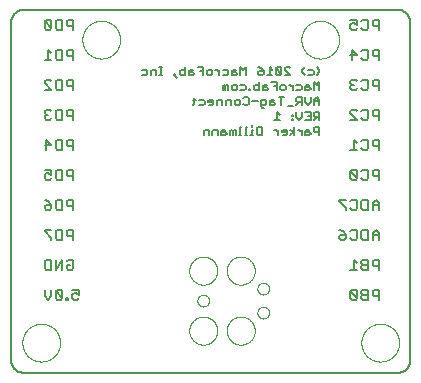
<source format=gbo>
G75*
%MOIN*%
%OFA0B0*%
%FSLAX25Y25*%
%IPPOS*%
%LPD*%
%AMOC8*
5,1,8,0,0,1.08239X$1,22.5*
%
%ADD10C,0.00800*%
%ADD11C,0.00000*%
%ADD12C,0.00600*%
%ADD13C,0.00500*%
D10*
X0003750Y0005623D02*
X0003750Y0118377D01*
X0003752Y0118504D01*
X0003758Y0118631D01*
X0003768Y0118757D01*
X0003781Y0118884D01*
X0003799Y0119009D01*
X0003820Y0119135D01*
X0003845Y0119259D01*
X0003875Y0119383D01*
X0003907Y0119505D01*
X0003944Y0119627D01*
X0003984Y0119747D01*
X0004028Y0119866D01*
X0004076Y0119984D01*
X0004127Y0120100D01*
X0004182Y0120215D01*
X0004241Y0120328D01*
X0004302Y0120439D01*
X0004368Y0120547D01*
X0004436Y0120654D01*
X0004508Y0120759D01*
X0004583Y0120862D01*
X0004661Y0120962D01*
X0004742Y0121059D01*
X0004826Y0121155D01*
X0004913Y0121247D01*
X0005003Y0121337D01*
X0005095Y0121424D01*
X0005191Y0121508D01*
X0005288Y0121589D01*
X0005388Y0121667D01*
X0005491Y0121742D01*
X0005596Y0121814D01*
X0005703Y0121882D01*
X0005812Y0121948D01*
X0005922Y0122009D01*
X0006035Y0122068D01*
X0006150Y0122123D01*
X0006266Y0122174D01*
X0006384Y0122222D01*
X0006503Y0122266D01*
X0006623Y0122306D01*
X0006745Y0122343D01*
X0006867Y0122375D01*
X0006991Y0122405D01*
X0007115Y0122430D01*
X0007241Y0122451D01*
X0007366Y0122469D01*
X0007493Y0122482D01*
X0007619Y0122492D01*
X0007746Y0122498D01*
X0007873Y0122500D01*
X0132627Y0122500D01*
X0132754Y0122498D01*
X0132881Y0122492D01*
X0133007Y0122482D01*
X0133134Y0122469D01*
X0133259Y0122451D01*
X0133385Y0122430D01*
X0133509Y0122405D01*
X0133633Y0122375D01*
X0133755Y0122343D01*
X0133877Y0122306D01*
X0133997Y0122266D01*
X0134116Y0122222D01*
X0134234Y0122174D01*
X0134350Y0122123D01*
X0134465Y0122068D01*
X0134578Y0122009D01*
X0134689Y0121948D01*
X0134797Y0121882D01*
X0134904Y0121814D01*
X0135009Y0121742D01*
X0135112Y0121667D01*
X0135212Y0121589D01*
X0135309Y0121508D01*
X0135405Y0121424D01*
X0135497Y0121337D01*
X0135587Y0121247D01*
X0135674Y0121155D01*
X0135758Y0121059D01*
X0135839Y0120962D01*
X0135917Y0120862D01*
X0135992Y0120759D01*
X0136064Y0120654D01*
X0136132Y0120547D01*
X0136198Y0120439D01*
X0136259Y0120328D01*
X0136318Y0120215D01*
X0136373Y0120100D01*
X0136424Y0119984D01*
X0136472Y0119866D01*
X0136516Y0119747D01*
X0136556Y0119627D01*
X0136593Y0119505D01*
X0136625Y0119383D01*
X0136655Y0119259D01*
X0136680Y0119135D01*
X0136701Y0119009D01*
X0136719Y0118884D01*
X0136732Y0118757D01*
X0136742Y0118631D01*
X0136748Y0118504D01*
X0136750Y0118377D01*
X0136750Y0005623D01*
X0136748Y0005496D01*
X0136742Y0005369D01*
X0136732Y0005243D01*
X0136719Y0005116D01*
X0136701Y0004991D01*
X0136680Y0004865D01*
X0136655Y0004741D01*
X0136625Y0004617D01*
X0136593Y0004495D01*
X0136556Y0004373D01*
X0136516Y0004253D01*
X0136472Y0004134D01*
X0136424Y0004016D01*
X0136373Y0003900D01*
X0136318Y0003785D01*
X0136259Y0003672D01*
X0136198Y0003561D01*
X0136132Y0003453D01*
X0136064Y0003346D01*
X0135992Y0003241D01*
X0135917Y0003138D01*
X0135839Y0003038D01*
X0135758Y0002941D01*
X0135674Y0002845D01*
X0135587Y0002753D01*
X0135497Y0002663D01*
X0135405Y0002576D01*
X0135309Y0002492D01*
X0135212Y0002411D01*
X0135112Y0002333D01*
X0135009Y0002258D01*
X0134904Y0002186D01*
X0134797Y0002118D01*
X0134689Y0002052D01*
X0134578Y0001991D01*
X0134465Y0001932D01*
X0134350Y0001877D01*
X0134234Y0001826D01*
X0134116Y0001778D01*
X0133997Y0001734D01*
X0133877Y0001694D01*
X0133755Y0001657D01*
X0133633Y0001625D01*
X0133509Y0001595D01*
X0133385Y0001570D01*
X0133259Y0001549D01*
X0133134Y0001531D01*
X0133007Y0001518D01*
X0132881Y0001508D01*
X0132754Y0001502D01*
X0132627Y0001500D01*
X0007873Y0001500D01*
X0007746Y0001502D01*
X0007619Y0001508D01*
X0007493Y0001518D01*
X0007366Y0001531D01*
X0007241Y0001549D01*
X0007115Y0001570D01*
X0006991Y0001595D01*
X0006867Y0001625D01*
X0006745Y0001657D01*
X0006623Y0001694D01*
X0006503Y0001734D01*
X0006384Y0001778D01*
X0006266Y0001826D01*
X0006150Y0001877D01*
X0006035Y0001932D01*
X0005922Y0001991D01*
X0005811Y0002052D01*
X0005703Y0002118D01*
X0005596Y0002186D01*
X0005491Y0002258D01*
X0005388Y0002333D01*
X0005288Y0002411D01*
X0005191Y0002492D01*
X0005095Y0002576D01*
X0005003Y0002663D01*
X0004913Y0002753D01*
X0004826Y0002845D01*
X0004742Y0002941D01*
X0004661Y0003038D01*
X0004583Y0003138D01*
X0004508Y0003241D01*
X0004436Y0003346D01*
X0004368Y0003453D01*
X0004302Y0003562D01*
X0004241Y0003672D01*
X0004182Y0003785D01*
X0004127Y0003900D01*
X0004076Y0004016D01*
X0004028Y0004134D01*
X0003984Y0004253D01*
X0003944Y0004373D01*
X0003907Y0004495D01*
X0003875Y0004617D01*
X0003845Y0004741D01*
X0003820Y0004865D01*
X0003799Y0004991D01*
X0003781Y0005116D01*
X0003768Y0005243D01*
X0003758Y0005369D01*
X0003752Y0005496D01*
X0003750Y0005623D01*
D11*
X0007451Y0011500D02*
X0007453Y0011658D01*
X0007459Y0011816D01*
X0007469Y0011974D01*
X0007483Y0012132D01*
X0007501Y0012289D01*
X0007522Y0012446D01*
X0007548Y0012602D01*
X0007578Y0012758D01*
X0007611Y0012913D01*
X0007649Y0013066D01*
X0007690Y0013219D01*
X0007735Y0013371D01*
X0007784Y0013522D01*
X0007837Y0013671D01*
X0007893Y0013819D01*
X0007953Y0013965D01*
X0008017Y0014110D01*
X0008085Y0014253D01*
X0008156Y0014395D01*
X0008230Y0014535D01*
X0008308Y0014672D01*
X0008390Y0014808D01*
X0008474Y0014942D01*
X0008563Y0015073D01*
X0008654Y0015202D01*
X0008749Y0015329D01*
X0008846Y0015454D01*
X0008947Y0015576D01*
X0009051Y0015695D01*
X0009158Y0015812D01*
X0009268Y0015926D01*
X0009381Y0016037D01*
X0009496Y0016146D01*
X0009614Y0016251D01*
X0009735Y0016353D01*
X0009858Y0016453D01*
X0009984Y0016549D01*
X0010112Y0016642D01*
X0010242Y0016732D01*
X0010375Y0016818D01*
X0010510Y0016902D01*
X0010646Y0016981D01*
X0010785Y0017058D01*
X0010926Y0017130D01*
X0011068Y0017200D01*
X0011212Y0017265D01*
X0011358Y0017327D01*
X0011505Y0017385D01*
X0011654Y0017440D01*
X0011804Y0017491D01*
X0011955Y0017538D01*
X0012107Y0017581D01*
X0012260Y0017620D01*
X0012415Y0017656D01*
X0012570Y0017687D01*
X0012726Y0017715D01*
X0012882Y0017739D01*
X0013039Y0017759D01*
X0013197Y0017775D01*
X0013354Y0017787D01*
X0013513Y0017795D01*
X0013671Y0017799D01*
X0013829Y0017799D01*
X0013987Y0017795D01*
X0014146Y0017787D01*
X0014303Y0017775D01*
X0014461Y0017759D01*
X0014618Y0017739D01*
X0014774Y0017715D01*
X0014930Y0017687D01*
X0015085Y0017656D01*
X0015240Y0017620D01*
X0015393Y0017581D01*
X0015545Y0017538D01*
X0015696Y0017491D01*
X0015846Y0017440D01*
X0015995Y0017385D01*
X0016142Y0017327D01*
X0016288Y0017265D01*
X0016432Y0017200D01*
X0016574Y0017130D01*
X0016715Y0017058D01*
X0016854Y0016981D01*
X0016990Y0016902D01*
X0017125Y0016818D01*
X0017258Y0016732D01*
X0017388Y0016642D01*
X0017516Y0016549D01*
X0017642Y0016453D01*
X0017765Y0016353D01*
X0017886Y0016251D01*
X0018004Y0016146D01*
X0018119Y0016037D01*
X0018232Y0015926D01*
X0018342Y0015812D01*
X0018449Y0015695D01*
X0018553Y0015576D01*
X0018654Y0015454D01*
X0018751Y0015329D01*
X0018846Y0015202D01*
X0018937Y0015073D01*
X0019026Y0014942D01*
X0019110Y0014808D01*
X0019192Y0014672D01*
X0019270Y0014535D01*
X0019344Y0014395D01*
X0019415Y0014253D01*
X0019483Y0014110D01*
X0019547Y0013965D01*
X0019607Y0013819D01*
X0019663Y0013671D01*
X0019716Y0013522D01*
X0019765Y0013371D01*
X0019810Y0013219D01*
X0019851Y0013066D01*
X0019889Y0012913D01*
X0019922Y0012758D01*
X0019952Y0012602D01*
X0019978Y0012446D01*
X0019999Y0012289D01*
X0020017Y0012132D01*
X0020031Y0011974D01*
X0020041Y0011816D01*
X0020047Y0011658D01*
X0020049Y0011500D01*
X0020047Y0011342D01*
X0020041Y0011184D01*
X0020031Y0011026D01*
X0020017Y0010868D01*
X0019999Y0010711D01*
X0019978Y0010554D01*
X0019952Y0010398D01*
X0019922Y0010242D01*
X0019889Y0010087D01*
X0019851Y0009934D01*
X0019810Y0009781D01*
X0019765Y0009629D01*
X0019716Y0009478D01*
X0019663Y0009329D01*
X0019607Y0009181D01*
X0019547Y0009035D01*
X0019483Y0008890D01*
X0019415Y0008747D01*
X0019344Y0008605D01*
X0019270Y0008465D01*
X0019192Y0008328D01*
X0019110Y0008192D01*
X0019026Y0008058D01*
X0018937Y0007927D01*
X0018846Y0007798D01*
X0018751Y0007671D01*
X0018654Y0007546D01*
X0018553Y0007424D01*
X0018449Y0007305D01*
X0018342Y0007188D01*
X0018232Y0007074D01*
X0018119Y0006963D01*
X0018004Y0006854D01*
X0017886Y0006749D01*
X0017765Y0006647D01*
X0017642Y0006547D01*
X0017516Y0006451D01*
X0017388Y0006358D01*
X0017258Y0006268D01*
X0017125Y0006182D01*
X0016990Y0006098D01*
X0016854Y0006019D01*
X0016715Y0005942D01*
X0016574Y0005870D01*
X0016432Y0005800D01*
X0016288Y0005735D01*
X0016142Y0005673D01*
X0015995Y0005615D01*
X0015846Y0005560D01*
X0015696Y0005509D01*
X0015545Y0005462D01*
X0015393Y0005419D01*
X0015240Y0005380D01*
X0015085Y0005344D01*
X0014930Y0005313D01*
X0014774Y0005285D01*
X0014618Y0005261D01*
X0014461Y0005241D01*
X0014303Y0005225D01*
X0014146Y0005213D01*
X0013987Y0005205D01*
X0013829Y0005201D01*
X0013671Y0005201D01*
X0013513Y0005205D01*
X0013354Y0005213D01*
X0013197Y0005225D01*
X0013039Y0005241D01*
X0012882Y0005261D01*
X0012726Y0005285D01*
X0012570Y0005313D01*
X0012415Y0005344D01*
X0012260Y0005380D01*
X0012107Y0005419D01*
X0011955Y0005462D01*
X0011804Y0005509D01*
X0011654Y0005560D01*
X0011505Y0005615D01*
X0011358Y0005673D01*
X0011212Y0005735D01*
X0011068Y0005800D01*
X0010926Y0005870D01*
X0010785Y0005942D01*
X0010646Y0006019D01*
X0010510Y0006098D01*
X0010375Y0006182D01*
X0010242Y0006268D01*
X0010112Y0006358D01*
X0009984Y0006451D01*
X0009858Y0006547D01*
X0009735Y0006647D01*
X0009614Y0006749D01*
X0009496Y0006854D01*
X0009381Y0006963D01*
X0009268Y0007074D01*
X0009158Y0007188D01*
X0009051Y0007305D01*
X0008947Y0007424D01*
X0008846Y0007546D01*
X0008749Y0007671D01*
X0008654Y0007798D01*
X0008563Y0007927D01*
X0008474Y0008058D01*
X0008390Y0008192D01*
X0008308Y0008328D01*
X0008230Y0008465D01*
X0008156Y0008605D01*
X0008085Y0008747D01*
X0008017Y0008890D01*
X0007953Y0009035D01*
X0007893Y0009181D01*
X0007837Y0009329D01*
X0007784Y0009478D01*
X0007735Y0009629D01*
X0007690Y0009781D01*
X0007649Y0009934D01*
X0007611Y0010087D01*
X0007578Y0010242D01*
X0007548Y0010398D01*
X0007522Y0010554D01*
X0007501Y0010711D01*
X0007483Y0010868D01*
X0007469Y0011026D01*
X0007459Y0011184D01*
X0007453Y0011342D01*
X0007451Y0011500D01*
X0063075Y0015500D02*
X0063077Y0015637D01*
X0063083Y0015773D01*
X0063093Y0015909D01*
X0063107Y0016045D01*
X0063125Y0016181D01*
X0063147Y0016316D01*
X0063172Y0016450D01*
X0063202Y0016583D01*
X0063236Y0016715D01*
X0063273Y0016847D01*
X0063314Y0016977D01*
X0063360Y0017106D01*
X0063408Y0017234D01*
X0063461Y0017360D01*
X0063517Y0017484D01*
X0063577Y0017607D01*
X0063640Y0017728D01*
X0063707Y0017847D01*
X0063777Y0017964D01*
X0063851Y0018080D01*
X0063928Y0018192D01*
X0064008Y0018303D01*
X0064092Y0018411D01*
X0064179Y0018517D01*
X0064268Y0018620D01*
X0064361Y0018720D01*
X0064456Y0018818D01*
X0064555Y0018913D01*
X0064656Y0019005D01*
X0064760Y0019093D01*
X0064866Y0019179D01*
X0064975Y0019262D01*
X0065086Y0019341D01*
X0065199Y0019418D01*
X0065315Y0019491D01*
X0065432Y0019560D01*
X0065552Y0019626D01*
X0065673Y0019688D01*
X0065797Y0019747D01*
X0065922Y0019803D01*
X0066048Y0019854D01*
X0066176Y0019902D01*
X0066305Y0019946D01*
X0066436Y0019987D01*
X0066568Y0020023D01*
X0066700Y0020056D01*
X0066834Y0020084D01*
X0066968Y0020109D01*
X0067103Y0020130D01*
X0067239Y0020147D01*
X0067375Y0020160D01*
X0067511Y0020169D01*
X0067648Y0020174D01*
X0067784Y0020175D01*
X0067921Y0020172D01*
X0068057Y0020165D01*
X0068193Y0020154D01*
X0068329Y0020139D01*
X0068464Y0020120D01*
X0068599Y0020097D01*
X0068733Y0020070D01*
X0068866Y0020040D01*
X0068998Y0020005D01*
X0069130Y0019967D01*
X0069259Y0019925D01*
X0069388Y0019879D01*
X0069515Y0019829D01*
X0069641Y0019775D01*
X0069765Y0019718D01*
X0069888Y0019658D01*
X0070008Y0019593D01*
X0070127Y0019526D01*
X0070243Y0019455D01*
X0070358Y0019380D01*
X0070470Y0019302D01*
X0070580Y0019221D01*
X0070688Y0019137D01*
X0070793Y0019049D01*
X0070895Y0018959D01*
X0070995Y0018866D01*
X0071092Y0018769D01*
X0071186Y0018670D01*
X0071277Y0018569D01*
X0071365Y0018464D01*
X0071450Y0018357D01*
X0071532Y0018248D01*
X0071611Y0018136D01*
X0071686Y0018022D01*
X0071758Y0017906D01*
X0071827Y0017788D01*
X0071892Y0017668D01*
X0071954Y0017546D01*
X0072012Y0017422D01*
X0072066Y0017297D01*
X0072117Y0017170D01*
X0072163Y0017042D01*
X0072207Y0016912D01*
X0072246Y0016781D01*
X0072282Y0016649D01*
X0072313Y0016516D01*
X0072341Y0016383D01*
X0072365Y0016248D01*
X0072385Y0016113D01*
X0072401Y0015977D01*
X0072413Y0015841D01*
X0072421Y0015705D01*
X0072425Y0015568D01*
X0072425Y0015432D01*
X0072421Y0015295D01*
X0072413Y0015159D01*
X0072401Y0015023D01*
X0072385Y0014887D01*
X0072365Y0014752D01*
X0072341Y0014617D01*
X0072313Y0014484D01*
X0072282Y0014351D01*
X0072246Y0014219D01*
X0072207Y0014088D01*
X0072163Y0013958D01*
X0072117Y0013830D01*
X0072066Y0013703D01*
X0072012Y0013578D01*
X0071954Y0013454D01*
X0071892Y0013332D01*
X0071827Y0013212D01*
X0071758Y0013094D01*
X0071686Y0012978D01*
X0071611Y0012864D01*
X0071532Y0012752D01*
X0071450Y0012643D01*
X0071365Y0012536D01*
X0071277Y0012431D01*
X0071186Y0012330D01*
X0071092Y0012231D01*
X0070995Y0012134D01*
X0070895Y0012041D01*
X0070793Y0011951D01*
X0070688Y0011863D01*
X0070580Y0011779D01*
X0070470Y0011698D01*
X0070358Y0011620D01*
X0070243Y0011545D01*
X0070127Y0011474D01*
X0070008Y0011407D01*
X0069888Y0011342D01*
X0069765Y0011282D01*
X0069641Y0011225D01*
X0069515Y0011171D01*
X0069388Y0011121D01*
X0069259Y0011075D01*
X0069130Y0011033D01*
X0068998Y0010995D01*
X0068866Y0010960D01*
X0068733Y0010930D01*
X0068599Y0010903D01*
X0068464Y0010880D01*
X0068329Y0010861D01*
X0068193Y0010846D01*
X0068057Y0010835D01*
X0067921Y0010828D01*
X0067784Y0010825D01*
X0067648Y0010826D01*
X0067511Y0010831D01*
X0067375Y0010840D01*
X0067239Y0010853D01*
X0067103Y0010870D01*
X0066968Y0010891D01*
X0066834Y0010916D01*
X0066700Y0010944D01*
X0066568Y0010977D01*
X0066436Y0011013D01*
X0066305Y0011054D01*
X0066176Y0011098D01*
X0066048Y0011146D01*
X0065922Y0011197D01*
X0065797Y0011253D01*
X0065673Y0011312D01*
X0065552Y0011374D01*
X0065432Y0011440D01*
X0065315Y0011509D01*
X0065199Y0011582D01*
X0065086Y0011659D01*
X0064975Y0011738D01*
X0064866Y0011821D01*
X0064760Y0011907D01*
X0064656Y0011995D01*
X0064555Y0012087D01*
X0064456Y0012182D01*
X0064361Y0012280D01*
X0064268Y0012380D01*
X0064179Y0012483D01*
X0064092Y0012589D01*
X0064008Y0012697D01*
X0063928Y0012808D01*
X0063851Y0012920D01*
X0063777Y0013036D01*
X0063707Y0013153D01*
X0063640Y0013272D01*
X0063577Y0013393D01*
X0063517Y0013516D01*
X0063461Y0013640D01*
X0063408Y0013766D01*
X0063360Y0013894D01*
X0063314Y0014023D01*
X0063273Y0014153D01*
X0063236Y0014285D01*
X0063202Y0014417D01*
X0063172Y0014550D01*
X0063147Y0014684D01*
X0063125Y0014819D01*
X0063107Y0014955D01*
X0063093Y0015091D01*
X0063083Y0015227D01*
X0063077Y0015363D01*
X0063075Y0015500D01*
X0065800Y0025500D02*
X0065802Y0025588D01*
X0065808Y0025676D01*
X0065818Y0025764D01*
X0065832Y0025851D01*
X0065850Y0025937D01*
X0065871Y0026022D01*
X0065897Y0026107D01*
X0065926Y0026190D01*
X0065959Y0026272D01*
X0065996Y0026352D01*
X0066036Y0026430D01*
X0066080Y0026507D01*
X0066127Y0026581D01*
X0066178Y0026653D01*
X0066231Y0026723D01*
X0066288Y0026791D01*
X0066348Y0026855D01*
X0066411Y0026917D01*
X0066476Y0026976D01*
X0066544Y0027032D01*
X0066615Y0027085D01*
X0066687Y0027135D01*
X0066762Y0027181D01*
X0066839Y0027224D01*
X0066918Y0027264D01*
X0066999Y0027299D01*
X0067081Y0027332D01*
X0067164Y0027360D01*
X0067249Y0027385D01*
X0067335Y0027405D01*
X0067421Y0027422D01*
X0067508Y0027435D01*
X0067596Y0027444D01*
X0067684Y0027449D01*
X0067772Y0027450D01*
X0067860Y0027447D01*
X0067948Y0027440D01*
X0068035Y0027429D01*
X0068122Y0027414D01*
X0068208Y0027395D01*
X0068294Y0027373D01*
X0068378Y0027346D01*
X0068460Y0027316D01*
X0068542Y0027282D01*
X0068622Y0027244D01*
X0068699Y0027203D01*
X0068775Y0027159D01*
X0068849Y0027111D01*
X0068921Y0027059D01*
X0068990Y0027005D01*
X0069057Y0026947D01*
X0069121Y0026887D01*
X0069182Y0026823D01*
X0069241Y0026757D01*
X0069296Y0026689D01*
X0069348Y0026617D01*
X0069397Y0026544D01*
X0069442Y0026469D01*
X0069484Y0026391D01*
X0069523Y0026312D01*
X0069558Y0026231D01*
X0069589Y0026148D01*
X0069616Y0026065D01*
X0069640Y0025980D01*
X0069660Y0025894D01*
X0069676Y0025807D01*
X0069688Y0025720D01*
X0069696Y0025632D01*
X0069700Y0025544D01*
X0069700Y0025456D01*
X0069696Y0025368D01*
X0069688Y0025280D01*
X0069676Y0025193D01*
X0069660Y0025106D01*
X0069640Y0025020D01*
X0069616Y0024935D01*
X0069589Y0024852D01*
X0069558Y0024769D01*
X0069523Y0024688D01*
X0069484Y0024609D01*
X0069442Y0024531D01*
X0069397Y0024456D01*
X0069348Y0024383D01*
X0069296Y0024311D01*
X0069241Y0024243D01*
X0069182Y0024177D01*
X0069121Y0024113D01*
X0069057Y0024053D01*
X0068990Y0023995D01*
X0068921Y0023941D01*
X0068849Y0023889D01*
X0068775Y0023841D01*
X0068699Y0023797D01*
X0068622Y0023756D01*
X0068542Y0023718D01*
X0068460Y0023684D01*
X0068378Y0023654D01*
X0068294Y0023627D01*
X0068208Y0023605D01*
X0068122Y0023586D01*
X0068035Y0023571D01*
X0067948Y0023560D01*
X0067860Y0023553D01*
X0067772Y0023550D01*
X0067684Y0023551D01*
X0067596Y0023556D01*
X0067508Y0023565D01*
X0067421Y0023578D01*
X0067335Y0023595D01*
X0067249Y0023615D01*
X0067164Y0023640D01*
X0067081Y0023668D01*
X0066999Y0023701D01*
X0066918Y0023736D01*
X0066839Y0023776D01*
X0066762Y0023819D01*
X0066687Y0023865D01*
X0066615Y0023915D01*
X0066544Y0023968D01*
X0066476Y0024024D01*
X0066411Y0024083D01*
X0066348Y0024145D01*
X0066288Y0024209D01*
X0066231Y0024277D01*
X0066178Y0024347D01*
X0066127Y0024419D01*
X0066080Y0024493D01*
X0066036Y0024570D01*
X0065996Y0024648D01*
X0065959Y0024728D01*
X0065926Y0024810D01*
X0065897Y0024893D01*
X0065871Y0024978D01*
X0065850Y0025063D01*
X0065832Y0025149D01*
X0065818Y0025236D01*
X0065808Y0025324D01*
X0065802Y0025412D01*
X0065800Y0025500D01*
X0063075Y0035500D02*
X0063077Y0035637D01*
X0063083Y0035773D01*
X0063093Y0035909D01*
X0063107Y0036045D01*
X0063125Y0036181D01*
X0063147Y0036316D01*
X0063172Y0036450D01*
X0063202Y0036583D01*
X0063236Y0036715D01*
X0063273Y0036847D01*
X0063314Y0036977D01*
X0063360Y0037106D01*
X0063408Y0037234D01*
X0063461Y0037360D01*
X0063517Y0037484D01*
X0063577Y0037607D01*
X0063640Y0037728D01*
X0063707Y0037847D01*
X0063777Y0037964D01*
X0063851Y0038080D01*
X0063928Y0038192D01*
X0064008Y0038303D01*
X0064092Y0038411D01*
X0064179Y0038517D01*
X0064268Y0038620D01*
X0064361Y0038720D01*
X0064456Y0038818D01*
X0064555Y0038913D01*
X0064656Y0039005D01*
X0064760Y0039093D01*
X0064866Y0039179D01*
X0064975Y0039262D01*
X0065086Y0039341D01*
X0065199Y0039418D01*
X0065315Y0039491D01*
X0065432Y0039560D01*
X0065552Y0039626D01*
X0065673Y0039688D01*
X0065797Y0039747D01*
X0065922Y0039803D01*
X0066048Y0039854D01*
X0066176Y0039902D01*
X0066305Y0039946D01*
X0066436Y0039987D01*
X0066568Y0040023D01*
X0066700Y0040056D01*
X0066834Y0040084D01*
X0066968Y0040109D01*
X0067103Y0040130D01*
X0067239Y0040147D01*
X0067375Y0040160D01*
X0067511Y0040169D01*
X0067648Y0040174D01*
X0067784Y0040175D01*
X0067921Y0040172D01*
X0068057Y0040165D01*
X0068193Y0040154D01*
X0068329Y0040139D01*
X0068464Y0040120D01*
X0068599Y0040097D01*
X0068733Y0040070D01*
X0068866Y0040040D01*
X0068998Y0040005D01*
X0069130Y0039967D01*
X0069259Y0039925D01*
X0069388Y0039879D01*
X0069515Y0039829D01*
X0069641Y0039775D01*
X0069765Y0039718D01*
X0069888Y0039658D01*
X0070008Y0039593D01*
X0070127Y0039526D01*
X0070243Y0039455D01*
X0070358Y0039380D01*
X0070470Y0039302D01*
X0070580Y0039221D01*
X0070688Y0039137D01*
X0070793Y0039049D01*
X0070895Y0038959D01*
X0070995Y0038866D01*
X0071092Y0038769D01*
X0071186Y0038670D01*
X0071277Y0038569D01*
X0071365Y0038464D01*
X0071450Y0038357D01*
X0071532Y0038248D01*
X0071611Y0038136D01*
X0071686Y0038022D01*
X0071758Y0037906D01*
X0071827Y0037788D01*
X0071892Y0037668D01*
X0071954Y0037546D01*
X0072012Y0037422D01*
X0072066Y0037297D01*
X0072117Y0037170D01*
X0072163Y0037042D01*
X0072207Y0036912D01*
X0072246Y0036781D01*
X0072282Y0036649D01*
X0072313Y0036516D01*
X0072341Y0036383D01*
X0072365Y0036248D01*
X0072385Y0036113D01*
X0072401Y0035977D01*
X0072413Y0035841D01*
X0072421Y0035705D01*
X0072425Y0035568D01*
X0072425Y0035432D01*
X0072421Y0035295D01*
X0072413Y0035159D01*
X0072401Y0035023D01*
X0072385Y0034887D01*
X0072365Y0034752D01*
X0072341Y0034617D01*
X0072313Y0034484D01*
X0072282Y0034351D01*
X0072246Y0034219D01*
X0072207Y0034088D01*
X0072163Y0033958D01*
X0072117Y0033830D01*
X0072066Y0033703D01*
X0072012Y0033578D01*
X0071954Y0033454D01*
X0071892Y0033332D01*
X0071827Y0033212D01*
X0071758Y0033094D01*
X0071686Y0032978D01*
X0071611Y0032864D01*
X0071532Y0032752D01*
X0071450Y0032643D01*
X0071365Y0032536D01*
X0071277Y0032431D01*
X0071186Y0032330D01*
X0071092Y0032231D01*
X0070995Y0032134D01*
X0070895Y0032041D01*
X0070793Y0031951D01*
X0070688Y0031863D01*
X0070580Y0031779D01*
X0070470Y0031698D01*
X0070358Y0031620D01*
X0070243Y0031545D01*
X0070127Y0031474D01*
X0070008Y0031407D01*
X0069888Y0031342D01*
X0069765Y0031282D01*
X0069641Y0031225D01*
X0069515Y0031171D01*
X0069388Y0031121D01*
X0069259Y0031075D01*
X0069130Y0031033D01*
X0068998Y0030995D01*
X0068866Y0030960D01*
X0068733Y0030930D01*
X0068599Y0030903D01*
X0068464Y0030880D01*
X0068329Y0030861D01*
X0068193Y0030846D01*
X0068057Y0030835D01*
X0067921Y0030828D01*
X0067784Y0030825D01*
X0067648Y0030826D01*
X0067511Y0030831D01*
X0067375Y0030840D01*
X0067239Y0030853D01*
X0067103Y0030870D01*
X0066968Y0030891D01*
X0066834Y0030916D01*
X0066700Y0030944D01*
X0066568Y0030977D01*
X0066436Y0031013D01*
X0066305Y0031054D01*
X0066176Y0031098D01*
X0066048Y0031146D01*
X0065922Y0031197D01*
X0065797Y0031253D01*
X0065673Y0031312D01*
X0065552Y0031374D01*
X0065432Y0031440D01*
X0065315Y0031509D01*
X0065199Y0031582D01*
X0065086Y0031659D01*
X0064975Y0031738D01*
X0064866Y0031821D01*
X0064760Y0031907D01*
X0064656Y0031995D01*
X0064555Y0032087D01*
X0064456Y0032182D01*
X0064361Y0032280D01*
X0064268Y0032380D01*
X0064179Y0032483D01*
X0064092Y0032589D01*
X0064008Y0032697D01*
X0063928Y0032808D01*
X0063851Y0032920D01*
X0063777Y0033036D01*
X0063707Y0033153D01*
X0063640Y0033272D01*
X0063577Y0033393D01*
X0063517Y0033516D01*
X0063461Y0033640D01*
X0063408Y0033766D01*
X0063360Y0033894D01*
X0063314Y0034023D01*
X0063273Y0034153D01*
X0063236Y0034285D01*
X0063202Y0034417D01*
X0063172Y0034550D01*
X0063147Y0034684D01*
X0063125Y0034819D01*
X0063107Y0034955D01*
X0063093Y0035091D01*
X0063083Y0035227D01*
X0063077Y0035363D01*
X0063075Y0035500D01*
X0075575Y0035500D02*
X0075577Y0035637D01*
X0075583Y0035773D01*
X0075593Y0035909D01*
X0075607Y0036045D01*
X0075625Y0036181D01*
X0075647Y0036316D01*
X0075672Y0036450D01*
X0075702Y0036583D01*
X0075736Y0036715D01*
X0075773Y0036847D01*
X0075814Y0036977D01*
X0075860Y0037106D01*
X0075908Y0037234D01*
X0075961Y0037360D01*
X0076017Y0037484D01*
X0076077Y0037607D01*
X0076140Y0037728D01*
X0076207Y0037847D01*
X0076277Y0037964D01*
X0076351Y0038080D01*
X0076428Y0038192D01*
X0076508Y0038303D01*
X0076592Y0038411D01*
X0076679Y0038517D01*
X0076768Y0038620D01*
X0076861Y0038720D01*
X0076956Y0038818D01*
X0077055Y0038913D01*
X0077156Y0039005D01*
X0077260Y0039093D01*
X0077366Y0039179D01*
X0077475Y0039262D01*
X0077586Y0039341D01*
X0077699Y0039418D01*
X0077815Y0039491D01*
X0077932Y0039560D01*
X0078052Y0039626D01*
X0078173Y0039688D01*
X0078297Y0039747D01*
X0078422Y0039803D01*
X0078548Y0039854D01*
X0078676Y0039902D01*
X0078805Y0039946D01*
X0078936Y0039987D01*
X0079068Y0040023D01*
X0079200Y0040056D01*
X0079334Y0040084D01*
X0079468Y0040109D01*
X0079603Y0040130D01*
X0079739Y0040147D01*
X0079875Y0040160D01*
X0080011Y0040169D01*
X0080148Y0040174D01*
X0080284Y0040175D01*
X0080421Y0040172D01*
X0080557Y0040165D01*
X0080693Y0040154D01*
X0080829Y0040139D01*
X0080964Y0040120D01*
X0081099Y0040097D01*
X0081233Y0040070D01*
X0081366Y0040040D01*
X0081498Y0040005D01*
X0081630Y0039967D01*
X0081759Y0039925D01*
X0081888Y0039879D01*
X0082015Y0039829D01*
X0082141Y0039775D01*
X0082265Y0039718D01*
X0082388Y0039658D01*
X0082508Y0039593D01*
X0082627Y0039526D01*
X0082743Y0039455D01*
X0082858Y0039380D01*
X0082970Y0039302D01*
X0083080Y0039221D01*
X0083188Y0039137D01*
X0083293Y0039049D01*
X0083395Y0038959D01*
X0083495Y0038866D01*
X0083592Y0038769D01*
X0083686Y0038670D01*
X0083777Y0038569D01*
X0083865Y0038464D01*
X0083950Y0038357D01*
X0084032Y0038248D01*
X0084111Y0038136D01*
X0084186Y0038022D01*
X0084258Y0037906D01*
X0084327Y0037788D01*
X0084392Y0037668D01*
X0084454Y0037546D01*
X0084512Y0037422D01*
X0084566Y0037297D01*
X0084617Y0037170D01*
X0084663Y0037042D01*
X0084707Y0036912D01*
X0084746Y0036781D01*
X0084782Y0036649D01*
X0084813Y0036516D01*
X0084841Y0036383D01*
X0084865Y0036248D01*
X0084885Y0036113D01*
X0084901Y0035977D01*
X0084913Y0035841D01*
X0084921Y0035705D01*
X0084925Y0035568D01*
X0084925Y0035432D01*
X0084921Y0035295D01*
X0084913Y0035159D01*
X0084901Y0035023D01*
X0084885Y0034887D01*
X0084865Y0034752D01*
X0084841Y0034617D01*
X0084813Y0034484D01*
X0084782Y0034351D01*
X0084746Y0034219D01*
X0084707Y0034088D01*
X0084663Y0033958D01*
X0084617Y0033830D01*
X0084566Y0033703D01*
X0084512Y0033578D01*
X0084454Y0033454D01*
X0084392Y0033332D01*
X0084327Y0033212D01*
X0084258Y0033094D01*
X0084186Y0032978D01*
X0084111Y0032864D01*
X0084032Y0032752D01*
X0083950Y0032643D01*
X0083865Y0032536D01*
X0083777Y0032431D01*
X0083686Y0032330D01*
X0083592Y0032231D01*
X0083495Y0032134D01*
X0083395Y0032041D01*
X0083293Y0031951D01*
X0083188Y0031863D01*
X0083080Y0031779D01*
X0082970Y0031698D01*
X0082858Y0031620D01*
X0082743Y0031545D01*
X0082627Y0031474D01*
X0082508Y0031407D01*
X0082388Y0031342D01*
X0082265Y0031282D01*
X0082141Y0031225D01*
X0082015Y0031171D01*
X0081888Y0031121D01*
X0081759Y0031075D01*
X0081630Y0031033D01*
X0081498Y0030995D01*
X0081366Y0030960D01*
X0081233Y0030930D01*
X0081099Y0030903D01*
X0080964Y0030880D01*
X0080829Y0030861D01*
X0080693Y0030846D01*
X0080557Y0030835D01*
X0080421Y0030828D01*
X0080284Y0030825D01*
X0080148Y0030826D01*
X0080011Y0030831D01*
X0079875Y0030840D01*
X0079739Y0030853D01*
X0079603Y0030870D01*
X0079468Y0030891D01*
X0079334Y0030916D01*
X0079200Y0030944D01*
X0079068Y0030977D01*
X0078936Y0031013D01*
X0078805Y0031054D01*
X0078676Y0031098D01*
X0078548Y0031146D01*
X0078422Y0031197D01*
X0078297Y0031253D01*
X0078173Y0031312D01*
X0078052Y0031374D01*
X0077932Y0031440D01*
X0077815Y0031509D01*
X0077699Y0031582D01*
X0077586Y0031659D01*
X0077475Y0031738D01*
X0077366Y0031821D01*
X0077260Y0031907D01*
X0077156Y0031995D01*
X0077055Y0032087D01*
X0076956Y0032182D01*
X0076861Y0032280D01*
X0076768Y0032380D01*
X0076679Y0032483D01*
X0076592Y0032589D01*
X0076508Y0032697D01*
X0076428Y0032808D01*
X0076351Y0032920D01*
X0076277Y0033036D01*
X0076207Y0033153D01*
X0076140Y0033272D01*
X0076077Y0033393D01*
X0076017Y0033516D01*
X0075961Y0033640D01*
X0075908Y0033766D01*
X0075860Y0033894D01*
X0075814Y0034023D01*
X0075773Y0034153D01*
X0075736Y0034285D01*
X0075702Y0034417D01*
X0075672Y0034550D01*
X0075647Y0034684D01*
X0075625Y0034819D01*
X0075607Y0034955D01*
X0075593Y0035091D01*
X0075583Y0035227D01*
X0075577Y0035363D01*
X0075575Y0035500D01*
X0085800Y0029500D02*
X0085802Y0029588D01*
X0085808Y0029676D01*
X0085818Y0029764D01*
X0085832Y0029851D01*
X0085850Y0029937D01*
X0085871Y0030022D01*
X0085897Y0030107D01*
X0085926Y0030190D01*
X0085959Y0030272D01*
X0085996Y0030352D01*
X0086036Y0030430D01*
X0086080Y0030507D01*
X0086127Y0030581D01*
X0086178Y0030653D01*
X0086231Y0030723D01*
X0086288Y0030791D01*
X0086348Y0030855D01*
X0086411Y0030917D01*
X0086476Y0030976D01*
X0086544Y0031032D01*
X0086615Y0031085D01*
X0086687Y0031135D01*
X0086762Y0031181D01*
X0086839Y0031224D01*
X0086918Y0031264D01*
X0086999Y0031299D01*
X0087081Y0031332D01*
X0087164Y0031360D01*
X0087249Y0031385D01*
X0087335Y0031405D01*
X0087421Y0031422D01*
X0087508Y0031435D01*
X0087596Y0031444D01*
X0087684Y0031449D01*
X0087772Y0031450D01*
X0087860Y0031447D01*
X0087948Y0031440D01*
X0088035Y0031429D01*
X0088122Y0031414D01*
X0088208Y0031395D01*
X0088294Y0031373D01*
X0088378Y0031346D01*
X0088460Y0031316D01*
X0088542Y0031282D01*
X0088622Y0031244D01*
X0088699Y0031203D01*
X0088775Y0031159D01*
X0088849Y0031111D01*
X0088921Y0031059D01*
X0088990Y0031005D01*
X0089057Y0030947D01*
X0089121Y0030887D01*
X0089182Y0030823D01*
X0089241Y0030757D01*
X0089296Y0030689D01*
X0089348Y0030617D01*
X0089397Y0030544D01*
X0089442Y0030469D01*
X0089484Y0030391D01*
X0089523Y0030312D01*
X0089558Y0030231D01*
X0089589Y0030148D01*
X0089616Y0030065D01*
X0089640Y0029980D01*
X0089660Y0029894D01*
X0089676Y0029807D01*
X0089688Y0029720D01*
X0089696Y0029632D01*
X0089700Y0029544D01*
X0089700Y0029456D01*
X0089696Y0029368D01*
X0089688Y0029280D01*
X0089676Y0029193D01*
X0089660Y0029106D01*
X0089640Y0029020D01*
X0089616Y0028935D01*
X0089589Y0028852D01*
X0089558Y0028769D01*
X0089523Y0028688D01*
X0089484Y0028609D01*
X0089442Y0028531D01*
X0089397Y0028456D01*
X0089348Y0028383D01*
X0089296Y0028311D01*
X0089241Y0028243D01*
X0089182Y0028177D01*
X0089121Y0028113D01*
X0089057Y0028053D01*
X0088990Y0027995D01*
X0088921Y0027941D01*
X0088849Y0027889D01*
X0088775Y0027841D01*
X0088699Y0027797D01*
X0088622Y0027756D01*
X0088542Y0027718D01*
X0088460Y0027684D01*
X0088378Y0027654D01*
X0088294Y0027627D01*
X0088208Y0027605D01*
X0088122Y0027586D01*
X0088035Y0027571D01*
X0087948Y0027560D01*
X0087860Y0027553D01*
X0087772Y0027550D01*
X0087684Y0027551D01*
X0087596Y0027556D01*
X0087508Y0027565D01*
X0087421Y0027578D01*
X0087335Y0027595D01*
X0087249Y0027615D01*
X0087164Y0027640D01*
X0087081Y0027668D01*
X0086999Y0027701D01*
X0086918Y0027736D01*
X0086839Y0027776D01*
X0086762Y0027819D01*
X0086687Y0027865D01*
X0086615Y0027915D01*
X0086544Y0027968D01*
X0086476Y0028024D01*
X0086411Y0028083D01*
X0086348Y0028145D01*
X0086288Y0028209D01*
X0086231Y0028277D01*
X0086178Y0028347D01*
X0086127Y0028419D01*
X0086080Y0028493D01*
X0086036Y0028570D01*
X0085996Y0028648D01*
X0085959Y0028728D01*
X0085926Y0028810D01*
X0085897Y0028893D01*
X0085871Y0028978D01*
X0085850Y0029063D01*
X0085832Y0029149D01*
X0085818Y0029236D01*
X0085808Y0029324D01*
X0085802Y0029412D01*
X0085800Y0029500D01*
X0085800Y0021500D02*
X0085802Y0021588D01*
X0085808Y0021676D01*
X0085818Y0021764D01*
X0085832Y0021851D01*
X0085850Y0021937D01*
X0085871Y0022022D01*
X0085897Y0022107D01*
X0085926Y0022190D01*
X0085959Y0022272D01*
X0085996Y0022352D01*
X0086036Y0022430D01*
X0086080Y0022507D01*
X0086127Y0022581D01*
X0086178Y0022653D01*
X0086231Y0022723D01*
X0086288Y0022791D01*
X0086348Y0022855D01*
X0086411Y0022917D01*
X0086476Y0022976D01*
X0086544Y0023032D01*
X0086615Y0023085D01*
X0086687Y0023135D01*
X0086762Y0023181D01*
X0086839Y0023224D01*
X0086918Y0023264D01*
X0086999Y0023299D01*
X0087081Y0023332D01*
X0087164Y0023360D01*
X0087249Y0023385D01*
X0087335Y0023405D01*
X0087421Y0023422D01*
X0087508Y0023435D01*
X0087596Y0023444D01*
X0087684Y0023449D01*
X0087772Y0023450D01*
X0087860Y0023447D01*
X0087948Y0023440D01*
X0088035Y0023429D01*
X0088122Y0023414D01*
X0088208Y0023395D01*
X0088294Y0023373D01*
X0088378Y0023346D01*
X0088460Y0023316D01*
X0088542Y0023282D01*
X0088622Y0023244D01*
X0088699Y0023203D01*
X0088775Y0023159D01*
X0088849Y0023111D01*
X0088921Y0023059D01*
X0088990Y0023005D01*
X0089057Y0022947D01*
X0089121Y0022887D01*
X0089182Y0022823D01*
X0089241Y0022757D01*
X0089296Y0022689D01*
X0089348Y0022617D01*
X0089397Y0022544D01*
X0089442Y0022469D01*
X0089484Y0022391D01*
X0089523Y0022312D01*
X0089558Y0022231D01*
X0089589Y0022148D01*
X0089616Y0022065D01*
X0089640Y0021980D01*
X0089660Y0021894D01*
X0089676Y0021807D01*
X0089688Y0021720D01*
X0089696Y0021632D01*
X0089700Y0021544D01*
X0089700Y0021456D01*
X0089696Y0021368D01*
X0089688Y0021280D01*
X0089676Y0021193D01*
X0089660Y0021106D01*
X0089640Y0021020D01*
X0089616Y0020935D01*
X0089589Y0020852D01*
X0089558Y0020769D01*
X0089523Y0020688D01*
X0089484Y0020609D01*
X0089442Y0020531D01*
X0089397Y0020456D01*
X0089348Y0020383D01*
X0089296Y0020311D01*
X0089241Y0020243D01*
X0089182Y0020177D01*
X0089121Y0020113D01*
X0089057Y0020053D01*
X0088990Y0019995D01*
X0088921Y0019941D01*
X0088849Y0019889D01*
X0088775Y0019841D01*
X0088699Y0019797D01*
X0088622Y0019756D01*
X0088542Y0019718D01*
X0088460Y0019684D01*
X0088378Y0019654D01*
X0088294Y0019627D01*
X0088208Y0019605D01*
X0088122Y0019586D01*
X0088035Y0019571D01*
X0087948Y0019560D01*
X0087860Y0019553D01*
X0087772Y0019550D01*
X0087684Y0019551D01*
X0087596Y0019556D01*
X0087508Y0019565D01*
X0087421Y0019578D01*
X0087335Y0019595D01*
X0087249Y0019615D01*
X0087164Y0019640D01*
X0087081Y0019668D01*
X0086999Y0019701D01*
X0086918Y0019736D01*
X0086839Y0019776D01*
X0086762Y0019819D01*
X0086687Y0019865D01*
X0086615Y0019915D01*
X0086544Y0019968D01*
X0086476Y0020024D01*
X0086411Y0020083D01*
X0086348Y0020145D01*
X0086288Y0020209D01*
X0086231Y0020277D01*
X0086178Y0020347D01*
X0086127Y0020419D01*
X0086080Y0020493D01*
X0086036Y0020570D01*
X0085996Y0020648D01*
X0085959Y0020728D01*
X0085926Y0020810D01*
X0085897Y0020893D01*
X0085871Y0020978D01*
X0085850Y0021063D01*
X0085832Y0021149D01*
X0085818Y0021236D01*
X0085808Y0021324D01*
X0085802Y0021412D01*
X0085800Y0021500D01*
X0075575Y0015500D02*
X0075577Y0015637D01*
X0075583Y0015773D01*
X0075593Y0015909D01*
X0075607Y0016045D01*
X0075625Y0016181D01*
X0075647Y0016316D01*
X0075672Y0016450D01*
X0075702Y0016583D01*
X0075736Y0016715D01*
X0075773Y0016847D01*
X0075814Y0016977D01*
X0075860Y0017106D01*
X0075908Y0017234D01*
X0075961Y0017360D01*
X0076017Y0017484D01*
X0076077Y0017607D01*
X0076140Y0017728D01*
X0076207Y0017847D01*
X0076277Y0017964D01*
X0076351Y0018080D01*
X0076428Y0018192D01*
X0076508Y0018303D01*
X0076592Y0018411D01*
X0076679Y0018517D01*
X0076768Y0018620D01*
X0076861Y0018720D01*
X0076956Y0018818D01*
X0077055Y0018913D01*
X0077156Y0019005D01*
X0077260Y0019093D01*
X0077366Y0019179D01*
X0077475Y0019262D01*
X0077586Y0019341D01*
X0077699Y0019418D01*
X0077815Y0019491D01*
X0077932Y0019560D01*
X0078052Y0019626D01*
X0078173Y0019688D01*
X0078297Y0019747D01*
X0078422Y0019803D01*
X0078548Y0019854D01*
X0078676Y0019902D01*
X0078805Y0019946D01*
X0078936Y0019987D01*
X0079068Y0020023D01*
X0079200Y0020056D01*
X0079334Y0020084D01*
X0079468Y0020109D01*
X0079603Y0020130D01*
X0079739Y0020147D01*
X0079875Y0020160D01*
X0080011Y0020169D01*
X0080148Y0020174D01*
X0080284Y0020175D01*
X0080421Y0020172D01*
X0080557Y0020165D01*
X0080693Y0020154D01*
X0080829Y0020139D01*
X0080964Y0020120D01*
X0081099Y0020097D01*
X0081233Y0020070D01*
X0081366Y0020040D01*
X0081498Y0020005D01*
X0081630Y0019967D01*
X0081759Y0019925D01*
X0081888Y0019879D01*
X0082015Y0019829D01*
X0082141Y0019775D01*
X0082265Y0019718D01*
X0082388Y0019658D01*
X0082508Y0019593D01*
X0082627Y0019526D01*
X0082743Y0019455D01*
X0082858Y0019380D01*
X0082970Y0019302D01*
X0083080Y0019221D01*
X0083188Y0019137D01*
X0083293Y0019049D01*
X0083395Y0018959D01*
X0083495Y0018866D01*
X0083592Y0018769D01*
X0083686Y0018670D01*
X0083777Y0018569D01*
X0083865Y0018464D01*
X0083950Y0018357D01*
X0084032Y0018248D01*
X0084111Y0018136D01*
X0084186Y0018022D01*
X0084258Y0017906D01*
X0084327Y0017788D01*
X0084392Y0017668D01*
X0084454Y0017546D01*
X0084512Y0017422D01*
X0084566Y0017297D01*
X0084617Y0017170D01*
X0084663Y0017042D01*
X0084707Y0016912D01*
X0084746Y0016781D01*
X0084782Y0016649D01*
X0084813Y0016516D01*
X0084841Y0016383D01*
X0084865Y0016248D01*
X0084885Y0016113D01*
X0084901Y0015977D01*
X0084913Y0015841D01*
X0084921Y0015705D01*
X0084925Y0015568D01*
X0084925Y0015432D01*
X0084921Y0015295D01*
X0084913Y0015159D01*
X0084901Y0015023D01*
X0084885Y0014887D01*
X0084865Y0014752D01*
X0084841Y0014617D01*
X0084813Y0014484D01*
X0084782Y0014351D01*
X0084746Y0014219D01*
X0084707Y0014088D01*
X0084663Y0013958D01*
X0084617Y0013830D01*
X0084566Y0013703D01*
X0084512Y0013578D01*
X0084454Y0013454D01*
X0084392Y0013332D01*
X0084327Y0013212D01*
X0084258Y0013094D01*
X0084186Y0012978D01*
X0084111Y0012864D01*
X0084032Y0012752D01*
X0083950Y0012643D01*
X0083865Y0012536D01*
X0083777Y0012431D01*
X0083686Y0012330D01*
X0083592Y0012231D01*
X0083495Y0012134D01*
X0083395Y0012041D01*
X0083293Y0011951D01*
X0083188Y0011863D01*
X0083080Y0011779D01*
X0082970Y0011698D01*
X0082858Y0011620D01*
X0082743Y0011545D01*
X0082627Y0011474D01*
X0082508Y0011407D01*
X0082388Y0011342D01*
X0082265Y0011282D01*
X0082141Y0011225D01*
X0082015Y0011171D01*
X0081888Y0011121D01*
X0081759Y0011075D01*
X0081630Y0011033D01*
X0081498Y0010995D01*
X0081366Y0010960D01*
X0081233Y0010930D01*
X0081099Y0010903D01*
X0080964Y0010880D01*
X0080829Y0010861D01*
X0080693Y0010846D01*
X0080557Y0010835D01*
X0080421Y0010828D01*
X0080284Y0010825D01*
X0080148Y0010826D01*
X0080011Y0010831D01*
X0079875Y0010840D01*
X0079739Y0010853D01*
X0079603Y0010870D01*
X0079468Y0010891D01*
X0079334Y0010916D01*
X0079200Y0010944D01*
X0079068Y0010977D01*
X0078936Y0011013D01*
X0078805Y0011054D01*
X0078676Y0011098D01*
X0078548Y0011146D01*
X0078422Y0011197D01*
X0078297Y0011253D01*
X0078173Y0011312D01*
X0078052Y0011374D01*
X0077932Y0011440D01*
X0077815Y0011509D01*
X0077699Y0011582D01*
X0077586Y0011659D01*
X0077475Y0011738D01*
X0077366Y0011821D01*
X0077260Y0011907D01*
X0077156Y0011995D01*
X0077055Y0012087D01*
X0076956Y0012182D01*
X0076861Y0012280D01*
X0076768Y0012380D01*
X0076679Y0012483D01*
X0076592Y0012589D01*
X0076508Y0012697D01*
X0076428Y0012808D01*
X0076351Y0012920D01*
X0076277Y0013036D01*
X0076207Y0013153D01*
X0076140Y0013272D01*
X0076077Y0013393D01*
X0076017Y0013516D01*
X0075961Y0013640D01*
X0075908Y0013766D01*
X0075860Y0013894D01*
X0075814Y0014023D01*
X0075773Y0014153D01*
X0075736Y0014285D01*
X0075702Y0014417D01*
X0075672Y0014550D01*
X0075647Y0014684D01*
X0075625Y0014819D01*
X0075607Y0014955D01*
X0075593Y0015091D01*
X0075583Y0015227D01*
X0075577Y0015363D01*
X0075575Y0015500D01*
X0120451Y0011500D02*
X0120453Y0011658D01*
X0120459Y0011816D01*
X0120469Y0011974D01*
X0120483Y0012132D01*
X0120501Y0012289D01*
X0120522Y0012446D01*
X0120548Y0012602D01*
X0120578Y0012758D01*
X0120611Y0012913D01*
X0120649Y0013066D01*
X0120690Y0013219D01*
X0120735Y0013371D01*
X0120784Y0013522D01*
X0120837Y0013671D01*
X0120893Y0013819D01*
X0120953Y0013965D01*
X0121017Y0014110D01*
X0121085Y0014253D01*
X0121156Y0014395D01*
X0121230Y0014535D01*
X0121308Y0014672D01*
X0121390Y0014808D01*
X0121474Y0014942D01*
X0121563Y0015073D01*
X0121654Y0015202D01*
X0121749Y0015329D01*
X0121846Y0015454D01*
X0121947Y0015576D01*
X0122051Y0015695D01*
X0122158Y0015812D01*
X0122268Y0015926D01*
X0122381Y0016037D01*
X0122496Y0016146D01*
X0122614Y0016251D01*
X0122735Y0016353D01*
X0122858Y0016453D01*
X0122984Y0016549D01*
X0123112Y0016642D01*
X0123242Y0016732D01*
X0123375Y0016818D01*
X0123510Y0016902D01*
X0123646Y0016981D01*
X0123785Y0017058D01*
X0123926Y0017130D01*
X0124068Y0017200D01*
X0124212Y0017265D01*
X0124358Y0017327D01*
X0124505Y0017385D01*
X0124654Y0017440D01*
X0124804Y0017491D01*
X0124955Y0017538D01*
X0125107Y0017581D01*
X0125260Y0017620D01*
X0125415Y0017656D01*
X0125570Y0017687D01*
X0125726Y0017715D01*
X0125882Y0017739D01*
X0126039Y0017759D01*
X0126197Y0017775D01*
X0126354Y0017787D01*
X0126513Y0017795D01*
X0126671Y0017799D01*
X0126829Y0017799D01*
X0126987Y0017795D01*
X0127146Y0017787D01*
X0127303Y0017775D01*
X0127461Y0017759D01*
X0127618Y0017739D01*
X0127774Y0017715D01*
X0127930Y0017687D01*
X0128085Y0017656D01*
X0128240Y0017620D01*
X0128393Y0017581D01*
X0128545Y0017538D01*
X0128696Y0017491D01*
X0128846Y0017440D01*
X0128995Y0017385D01*
X0129142Y0017327D01*
X0129288Y0017265D01*
X0129432Y0017200D01*
X0129574Y0017130D01*
X0129715Y0017058D01*
X0129854Y0016981D01*
X0129990Y0016902D01*
X0130125Y0016818D01*
X0130258Y0016732D01*
X0130388Y0016642D01*
X0130516Y0016549D01*
X0130642Y0016453D01*
X0130765Y0016353D01*
X0130886Y0016251D01*
X0131004Y0016146D01*
X0131119Y0016037D01*
X0131232Y0015926D01*
X0131342Y0015812D01*
X0131449Y0015695D01*
X0131553Y0015576D01*
X0131654Y0015454D01*
X0131751Y0015329D01*
X0131846Y0015202D01*
X0131937Y0015073D01*
X0132026Y0014942D01*
X0132110Y0014808D01*
X0132192Y0014672D01*
X0132270Y0014535D01*
X0132344Y0014395D01*
X0132415Y0014253D01*
X0132483Y0014110D01*
X0132547Y0013965D01*
X0132607Y0013819D01*
X0132663Y0013671D01*
X0132716Y0013522D01*
X0132765Y0013371D01*
X0132810Y0013219D01*
X0132851Y0013066D01*
X0132889Y0012913D01*
X0132922Y0012758D01*
X0132952Y0012602D01*
X0132978Y0012446D01*
X0132999Y0012289D01*
X0133017Y0012132D01*
X0133031Y0011974D01*
X0133041Y0011816D01*
X0133047Y0011658D01*
X0133049Y0011500D01*
X0133047Y0011342D01*
X0133041Y0011184D01*
X0133031Y0011026D01*
X0133017Y0010868D01*
X0132999Y0010711D01*
X0132978Y0010554D01*
X0132952Y0010398D01*
X0132922Y0010242D01*
X0132889Y0010087D01*
X0132851Y0009934D01*
X0132810Y0009781D01*
X0132765Y0009629D01*
X0132716Y0009478D01*
X0132663Y0009329D01*
X0132607Y0009181D01*
X0132547Y0009035D01*
X0132483Y0008890D01*
X0132415Y0008747D01*
X0132344Y0008605D01*
X0132270Y0008465D01*
X0132192Y0008328D01*
X0132110Y0008192D01*
X0132026Y0008058D01*
X0131937Y0007927D01*
X0131846Y0007798D01*
X0131751Y0007671D01*
X0131654Y0007546D01*
X0131553Y0007424D01*
X0131449Y0007305D01*
X0131342Y0007188D01*
X0131232Y0007074D01*
X0131119Y0006963D01*
X0131004Y0006854D01*
X0130886Y0006749D01*
X0130765Y0006647D01*
X0130642Y0006547D01*
X0130516Y0006451D01*
X0130388Y0006358D01*
X0130258Y0006268D01*
X0130125Y0006182D01*
X0129990Y0006098D01*
X0129854Y0006019D01*
X0129715Y0005942D01*
X0129574Y0005870D01*
X0129432Y0005800D01*
X0129288Y0005735D01*
X0129142Y0005673D01*
X0128995Y0005615D01*
X0128846Y0005560D01*
X0128696Y0005509D01*
X0128545Y0005462D01*
X0128393Y0005419D01*
X0128240Y0005380D01*
X0128085Y0005344D01*
X0127930Y0005313D01*
X0127774Y0005285D01*
X0127618Y0005261D01*
X0127461Y0005241D01*
X0127303Y0005225D01*
X0127146Y0005213D01*
X0126987Y0005205D01*
X0126829Y0005201D01*
X0126671Y0005201D01*
X0126513Y0005205D01*
X0126354Y0005213D01*
X0126197Y0005225D01*
X0126039Y0005241D01*
X0125882Y0005261D01*
X0125726Y0005285D01*
X0125570Y0005313D01*
X0125415Y0005344D01*
X0125260Y0005380D01*
X0125107Y0005419D01*
X0124955Y0005462D01*
X0124804Y0005509D01*
X0124654Y0005560D01*
X0124505Y0005615D01*
X0124358Y0005673D01*
X0124212Y0005735D01*
X0124068Y0005800D01*
X0123926Y0005870D01*
X0123785Y0005942D01*
X0123646Y0006019D01*
X0123510Y0006098D01*
X0123375Y0006182D01*
X0123242Y0006268D01*
X0123112Y0006358D01*
X0122984Y0006451D01*
X0122858Y0006547D01*
X0122735Y0006647D01*
X0122614Y0006749D01*
X0122496Y0006854D01*
X0122381Y0006963D01*
X0122268Y0007074D01*
X0122158Y0007188D01*
X0122051Y0007305D01*
X0121947Y0007424D01*
X0121846Y0007546D01*
X0121749Y0007671D01*
X0121654Y0007798D01*
X0121563Y0007927D01*
X0121474Y0008058D01*
X0121390Y0008192D01*
X0121308Y0008328D01*
X0121230Y0008465D01*
X0121156Y0008605D01*
X0121085Y0008747D01*
X0121017Y0008890D01*
X0120953Y0009035D01*
X0120893Y0009181D01*
X0120837Y0009329D01*
X0120784Y0009478D01*
X0120735Y0009629D01*
X0120690Y0009781D01*
X0120649Y0009934D01*
X0120611Y0010087D01*
X0120578Y0010242D01*
X0120548Y0010398D01*
X0120522Y0010554D01*
X0120501Y0010711D01*
X0120483Y0010868D01*
X0120469Y0011026D01*
X0120459Y0011184D01*
X0120453Y0011342D01*
X0120451Y0011500D01*
X0100451Y0112500D02*
X0100453Y0112658D01*
X0100459Y0112816D01*
X0100469Y0112974D01*
X0100483Y0113132D01*
X0100501Y0113289D01*
X0100522Y0113446D01*
X0100548Y0113602D01*
X0100578Y0113758D01*
X0100611Y0113913D01*
X0100649Y0114066D01*
X0100690Y0114219D01*
X0100735Y0114371D01*
X0100784Y0114522D01*
X0100837Y0114671D01*
X0100893Y0114819D01*
X0100953Y0114965D01*
X0101017Y0115110D01*
X0101085Y0115253D01*
X0101156Y0115395D01*
X0101230Y0115535D01*
X0101308Y0115672D01*
X0101390Y0115808D01*
X0101474Y0115942D01*
X0101563Y0116073D01*
X0101654Y0116202D01*
X0101749Y0116329D01*
X0101846Y0116454D01*
X0101947Y0116576D01*
X0102051Y0116695D01*
X0102158Y0116812D01*
X0102268Y0116926D01*
X0102381Y0117037D01*
X0102496Y0117146D01*
X0102614Y0117251D01*
X0102735Y0117353D01*
X0102858Y0117453D01*
X0102984Y0117549D01*
X0103112Y0117642D01*
X0103242Y0117732D01*
X0103375Y0117818D01*
X0103510Y0117902D01*
X0103646Y0117981D01*
X0103785Y0118058D01*
X0103926Y0118130D01*
X0104068Y0118200D01*
X0104212Y0118265D01*
X0104358Y0118327D01*
X0104505Y0118385D01*
X0104654Y0118440D01*
X0104804Y0118491D01*
X0104955Y0118538D01*
X0105107Y0118581D01*
X0105260Y0118620D01*
X0105415Y0118656D01*
X0105570Y0118687D01*
X0105726Y0118715D01*
X0105882Y0118739D01*
X0106039Y0118759D01*
X0106197Y0118775D01*
X0106354Y0118787D01*
X0106513Y0118795D01*
X0106671Y0118799D01*
X0106829Y0118799D01*
X0106987Y0118795D01*
X0107146Y0118787D01*
X0107303Y0118775D01*
X0107461Y0118759D01*
X0107618Y0118739D01*
X0107774Y0118715D01*
X0107930Y0118687D01*
X0108085Y0118656D01*
X0108240Y0118620D01*
X0108393Y0118581D01*
X0108545Y0118538D01*
X0108696Y0118491D01*
X0108846Y0118440D01*
X0108995Y0118385D01*
X0109142Y0118327D01*
X0109288Y0118265D01*
X0109432Y0118200D01*
X0109574Y0118130D01*
X0109715Y0118058D01*
X0109854Y0117981D01*
X0109990Y0117902D01*
X0110125Y0117818D01*
X0110258Y0117732D01*
X0110388Y0117642D01*
X0110516Y0117549D01*
X0110642Y0117453D01*
X0110765Y0117353D01*
X0110886Y0117251D01*
X0111004Y0117146D01*
X0111119Y0117037D01*
X0111232Y0116926D01*
X0111342Y0116812D01*
X0111449Y0116695D01*
X0111553Y0116576D01*
X0111654Y0116454D01*
X0111751Y0116329D01*
X0111846Y0116202D01*
X0111937Y0116073D01*
X0112026Y0115942D01*
X0112110Y0115808D01*
X0112192Y0115672D01*
X0112270Y0115535D01*
X0112344Y0115395D01*
X0112415Y0115253D01*
X0112483Y0115110D01*
X0112547Y0114965D01*
X0112607Y0114819D01*
X0112663Y0114671D01*
X0112716Y0114522D01*
X0112765Y0114371D01*
X0112810Y0114219D01*
X0112851Y0114066D01*
X0112889Y0113913D01*
X0112922Y0113758D01*
X0112952Y0113602D01*
X0112978Y0113446D01*
X0112999Y0113289D01*
X0113017Y0113132D01*
X0113031Y0112974D01*
X0113041Y0112816D01*
X0113047Y0112658D01*
X0113049Y0112500D01*
X0113047Y0112342D01*
X0113041Y0112184D01*
X0113031Y0112026D01*
X0113017Y0111868D01*
X0112999Y0111711D01*
X0112978Y0111554D01*
X0112952Y0111398D01*
X0112922Y0111242D01*
X0112889Y0111087D01*
X0112851Y0110934D01*
X0112810Y0110781D01*
X0112765Y0110629D01*
X0112716Y0110478D01*
X0112663Y0110329D01*
X0112607Y0110181D01*
X0112547Y0110035D01*
X0112483Y0109890D01*
X0112415Y0109747D01*
X0112344Y0109605D01*
X0112270Y0109465D01*
X0112192Y0109328D01*
X0112110Y0109192D01*
X0112026Y0109058D01*
X0111937Y0108927D01*
X0111846Y0108798D01*
X0111751Y0108671D01*
X0111654Y0108546D01*
X0111553Y0108424D01*
X0111449Y0108305D01*
X0111342Y0108188D01*
X0111232Y0108074D01*
X0111119Y0107963D01*
X0111004Y0107854D01*
X0110886Y0107749D01*
X0110765Y0107647D01*
X0110642Y0107547D01*
X0110516Y0107451D01*
X0110388Y0107358D01*
X0110258Y0107268D01*
X0110125Y0107182D01*
X0109990Y0107098D01*
X0109854Y0107019D01*
X0109715Y0106942D01*
X0109574Y0106870D01*
X0109432Y0106800D01*
X0109288Y0106735D01*
X0109142Y0106673D01*
X0108995Y0106615D01*
X0108846Y0106560D01*
X0108696Y0106509D01*
X0108545Y0106462D01*
X0108393Y0106419D01*
X0108240Y0106380D01*
X0108085Y0106344D01*
X0107930Y0106313D01*
X0107774Y0106285D01*
X0107618Y0106261D01*
X0107461Y0106241D01*
X0107303Y0106225D01*
X0107146Y0106213D01*
X0106987Y0106205D01*
X0106829Y0106201D01*
X0106671Y0106201D01*
X0106513Y0106205D01*
X0106354Y0106213D01*
X0106197Y0106225D01*
X0106039Y0106241D01*
X0105882Y0106261D01*
X0105726Y0106285D01*
X0105570Y0106313D01*
X0105415Y0106344D01*
X0105260Y0106380D01*
X0105107Y0106419D01*
X0104955Y0106462D01*
X0104804Y0106509D01*
X0104654Y0106560D01*
X0104505Y0106615D01*
X0104358Y0106673D01*
X0104212Y0106735D01*
X0104068Y0106800D01*
X0103926Y0106870D01*
X0103785Y0106942D01*
X0103646Y0107019D01*
X0103510Y0107098D01*
X0103375Y0107182D01*
X0103242Y0107268D01*
X0103112Y0107358D01*
X0102984Y0107451D01*
X0102858Y0107547D01*
X0102735Y0107647D01*
X0102614Y0107749D01*
X0102496Y0107854D01*
X0102381Y0107963D01*
X0102268Y0108074D01*
X0102158Y0108188D01*
X0102051Y0108305D01*
X0101947Y0108424D01*
X0101846Y0108546D01*
X0101749Y0108671D01*
X0101654Y0108798D01*
X0101563Y0108927D01*
X0101474Y0109058D01*
X0101390Y0109192D01*
X0101308Y0109328D01*
X0101230Y0109465D01*
X0101156Y0109605D01*
X0101085Y0109747D01*
X0101017Y0109890D01*
X0100953Y0110035D01*
X0100893Y0110181D01*
X0100837Y0110329D01*
X0100784Y0110478D01*
X0100735Y0110629D01*
X0100690Y0110781D01*
X0100649Y0110934D01*
X0100611Y0111087D01*
X0100578Y0111242D01*
X0100548Y0111398D01*
X0100522Y0111554D01*
X0100501Y0111711D01*
X0100483Y0111868D01*
X0100469Y0112026D01*
X0100459Y0112184D01*
X0100453Y0112342D01*
X0100451Y0112500D01*
X0027451Y0112500D02*
X0027453Y0112658D01*
X0027459Y0112816D01*
X0027469Y0112974D01*
X0027483Y0113132D01*
X0027501Y0113289D01*
X0027522Y0113446D01*
X0027548Y0113602D01*
X0027578Y0113758D01*
X0027611Y0113913D01*
X0027649Y0114066D01*
X0027690Y0114219D01*
X0027735Y0114371D01*
X0027784Y0114522D01*
X0027837Y0114671D01*
X0027893Y0114819D01*
X0027953Y0114965D01*
X0028017Y0115110D01*
X0028085Y0115253D01*
X0028156Y0115395D01*
X0028230Y0115535D01*
X0028308Y0115672D01*
X0028390Y0115808D01*
X0028474Y0115942D01*
X0028563Y0116073D01*
X0028654Y0116202D01*
X0028749Y0116329D01*
X0028846Y0116454D01*
X0028947Y0116576D01*
X0029051Y0116695D01*
X0029158Y0116812D01*
X0029268Y0116926D01*
X0029381Y0117037D01*
X0029496Y0117146D01*
X0029614Y0117251D01*
X0029735Y0117353D01*
X0029858Y0117453D01*
X0029984Y0117549D01*
X0030112Y0117642D01*
X0030242Y0117732D01*
X0030375Y0117818D01*
X0030510Y0117902D01*
X0030646Y0117981D01*
X0030785Y0118058D01*
X0030926Y0118130D01*
X0031068Y0118200D01*
X0031212Y0118265D01*
X0031358Y0118327D01*
X0031505Y0118385D01*
X0031654Y0118440D01*
X0031804Y0118491D01*
X0031955Y0118538D01*
X0032107Y0118581D01*
X0032260Y0118620D01*
X0032415Y0118656D01*
X0032570Y0118687D01*
X0032726Y0118715D01*
X0032882Y0118739D01*
X0033039Y0118759D01*
X0033197Y0118775D01*
X0033354Y0118787D01*
X0033513Y0118795D01*
X0033671Y0118799D01*
X0033829Y0118799D01*
X0033987Y0118795D01*
X0034146Y0118787D01*
X0034303Y0118775D01*
X0034461Y0118759D01*
X0034618Y0118739D01*
X0034774Y0118715D01*
X0034930Y0118687D01*
X0035085Y0118656D01*
X0035240Y0118620D01*
X0035393Y0118581D01*
X0035545Y0118538D01*
X0035696Y0118491D01*
X0035846Y0118440D01*
X0035995Y0118385D01*
X0036142Y0118327D01*
X0036288Y0118265D01*
X0036432Y0118200D01*
X0036574Y0118130D01*
X0036715Y0118058D01*
X0036854Y0117981D01*
X0036990Y0117902D01*
X0037125Y0117818D01*
X0037258Y0117732D01*
X0037388Y0117642D01*
X0037516Y0117549D01*
X0037642Y0117453D01*
X0037765Y0117353D01*
X0037886Y0117251D01*
X0038004Y0117146D01*
X0038119Y0117037D01*
X0038232Y0116926D01*
X0038342Y0116812D01*
X0038449Y0116695D01*
X0038553Y0116576D01*
X0038654Y0116454D01*
X0038751Y0116329D01*
X0038846Y0116202D01*
X0038937Y0116073D01*
X0039026Y0115942D01*
X0039110Y0115808D01*
X0039192Y0115672D01*
X0039270Y0115535D01*
X0039344Y0115395D01*
X0039415Y0115253D01*
X0039483Y0115110D01*
X0039547Y0114965D01*
X0039607Y0114819D01*
X0039663Y0114671D01*
X0039716Y0114522D01*
X0039765Y0114371D01*
X0039810Y0114219D01*
X0039851Y0114066D01*
X0039889Y0113913D01*
X0039922Y0113758D01*
X0039952Y0113602D01*
X0039978Y0113446D01*
X0039999Y0113289D01*
X0040017Y0113132D01*
X0040031Y0112974D01*
X0040041Y0112816D01*
X0040047Y0112658D01*
X0040049Y0112500D01*
X0040047Y0112342D01*
X0040041Y0112184D01*
X0040031Y0112026D01*
X0040017Y0111868D01*
X0039999Y0111711D01*
X0039978Y0111554D01*
X0039952Y0111398D01*
X0039922Y0111242D01*
X0039889Y0111087D01*
X0039851Y0110934D01*
X0039810Y0110781D01*
X0039765Y0110629D01*
X0039716Y0110478D01*
X0039663Y0110329D01*
X0039607Y0110181D01*
X0039547Y0110035D01*
X0039483Y0109890D01*
X0039415Y0109747D01*
X0039344Y0109605D01*
X0039270Y0109465D01*
X0039192Y0109328D01*
X0039110Y0109192D01*
X0039026Y0109058D01*
X0038937Y0108927D01*
X0038846Y0108798D01*
X0038751Y0108671D01*
X0038654Y0108546D01*
X0038553Y0108424D01*
X0038449Y0108305D01*
X0038342Y0108188D01*
X0038232Y0108074D01*
X0038119Y0107963D01*
X0038004Y0107854D01*
X0037886Y0107749D01*
X0037765Y0107647D01*
X0037642Y0107547D01*
X0037516Y0107451D01*
X0037388Y0107358D01*
X0037258Y0107268D01*
X0037125Y0107182D01*
X0036990Y0107098D01*
X0036854Y0107019D01*
X0036715Y0106942D01*
X0036574Y0106870D01*
X0036432Y0106800D01*
X0036288Y0106735D01*
X0036142Y0106673D01*
X0035995Y0106615D01*
X0035846Y0106560D01*
X0035696Y0106509D01*
X0035545Y0106462D01*
X0035393Y0106419D01*
X0035240Y0106380D01*
X0035085Y0106344D01*
X0034930Y0106313D01*
X0034774Y0106285D01*
X0034618Y0106261D01*
X0034461Y0106241D01*
X0034303Y0106225D01*
X0034146Y0106213D01*
X0033987Y0106205D01*
X0033829Y0106201D01*
X0033671Y0106201D01*
X0033513Y0106205D01*
X0033354Y0106213D01*
X0033197Y0106225D01*
X0033039Y0106241D01*
X0032882Y0106261D01*
X0032726Y0106285D01*
X0032570Y0106313D01*
X0032415Y0106344D01*
X0032260Y0106380D01*
X0032107Y0106419D01*
X0031955Y0106462D01*
X0031804Y0106509D01*
X0031654Y0106560D01*
X0031505Y0106615D01*
X0031358Y0106673D01*
X0031212Y0106735D01*
X0031068Y0106800D01*
X0030926Y0106870D01*
X0030785Y0106942D01*
X0030646Y0107019D01*
X0030510Y0107098D01*
X0030375Y0107182D01*
X0030242Y0107268D01*
X0030112Y0107358D01*
X0029984Y0107451D01*
X0029858Y0107547D01*
X0029735Y0107647D01*
X0029614Y0107749D01*
X0029496Y0107854D01*
X0029381Y0107963D01*
X0029268Y0108074D01*
X0029158Y0108188D01*
X0029051Y0108305D01*
X0028947Y0108424D01*
X0028846Y0108546D01*
X0028749Y0108671D01*
X0028654Y0108798D01*
X0028563Y0108927D01*
X0028474Y0109058D01*
X0028390Y0109192D01*
X0028308Y0109328D01*
X0028230Y0109465D01*
X0028156Y0109605D01*
X0028085Y0109747D01*
X0028017Y0109890D01*
X0027953Y0110035D01*
X0027893Y0110181D01*
X0027837Y0110329D01*
X0027784Y0110478D01*
X0027735Y0110629D01*
X0027690Y0110781D01*
X0027649Y0110934D01*
X0027611Y0111087D01*
X0027578Y0111242D01*
X0027548Y0111398D01*
X0027522Y0111554D01*
X0027501Y0111711D01*
X0027483Y0111868D01*
X0027469Y0112026D01*
X0027459Y0112184D01*
X0027453Y0112342D01*
X0027451Y0112500D01*
D12*
X0024499Y0115800D02*
X0024499Y0119203D01*
X0022798Y0119203D01*
X0022231Y0118636D01*
X0022231Y0117501D01*
X0022798Y0116934D01*
X0024499Y0116934D01*
X0020816Y0115800D02*
X0019115Y0115800D01*
X0018548Y0116367D01*
X0018548Y0118636D01*
X0019115Y0119203D01*
X0020816Y0119203D01*
X0020816Y0115800D01*
X0017133Y0116367D02*
X0017133Y0118636D01*
X0016566Y0119203D01*
X0015432Y0119203D01*
X0014865Y0118636D01*
X0017133Y0116367D01*
X0016566Y0115800D01*
X0015432Y0115800D01*
X0014865Y0116367D01*
X0014865Y0118636D01*
X0015999Y0109203D02*
X0015999Y0105800D01*
X0017133Y0105800D02*
X0014865Y0105800D01*
X0017133Y0108069D02*
X0015999Y0109203D01*
X0018548Y0108636D02*
X0018548Y0106367D01*
X0019115Y0105800D01*
X0020816Y0105800D01*
X0020816Y0109203D01*
X0019115Y0109203D01*
X0018548Y0108636D01*
X0022231Y0108636D02*
X0022231Y0107501D01*
X0022798Y0106934D01*
X0024499Y0106934D01*
X0024499Y0105800D02*
X0024499Y0109203D01*
X0022798Y0109203D01*
X0022231Y0108636D01*
X0022798Y0099203D02*
X0022231Y0098636D01*
X0022231Y0097501D01*
X0022798Y0096934D01*
X0024499Y0096934D01*
X0024499Y0095800D02*
X0024499Y0099203D01*
X0022798Y0099203D01*
X0020816Y0099203D02*
X0019115Y0099203D01*
X0018548Y0098636D01*
X0018548Y0096367D01*
X0019115Y0095800D01*
X0020816Y0095800D01*
X0020816Y0099203D01*
X0017133Y0098636D02*
X0016566Y0099203D01*
X0015432Y0099203D01*
X0014865Y0098636D01*
X0014865Y0098069D01*
X0017133Y0095800D01*
X0014865Y0095800D01*
X0015432Y0089203D02*
X0014865Y0088636D01*
X0014865Y0088069D01*
X0015432Y0087501D01*
X0014865Y0086934D01*
X0014865Y0086367D01*
X0015432Y0085800D01*
X0016566Y0085800D01*
X0017133Y0086367D01*
X0018548Y0086367D02*
X0019115Y0085800D01*
X0020816Y0085800D01*
X0020816Y0089203D01*
X0019115Y0089203D01*
X0018548Y0088636D01*
X0018548Y0086367D01*
X0017133Y0088636D02*
X0016566Y0089203D01*
X0015432Y0089203D01*
X0015432Y0087501D02*
X0015999Y0087501D01*
X0022231Y0087501D02*
X0022798Y0086934D01*
X0024499Y0086934D01*
X0024499Y0085800D02*
X0024499Y0089203D01*
X0022798Y0089203D01*
X0022231Y0088636D01*
X0022231Y0087501D01*
X0022798Y0079203D02*
X0022231Y0078636D01*
X0022231Y0077501D01*
X0022798Y0076934D01*
X0024499Y0076934D01*
X0024499Y0075800D02*
X0024499Y0079203D01*
X0022798Y0079203D01*
X0020816Y0079203D02*
X0020816Y0075800D01*
X0019115Y0075800D01*
X0018548Y0076367D01*
X0018548Y0078636D01*
X0019115Y0079203D01*
X0020816Y0079203D01*
X0017133Y0077501D02*
X0014865Y0077501D01*
X0015432Y0075800D02*
X0015432Y0079203D01*
X0017133Y0077501D01*
X0017133Y0069203D02*
X0014865Y0069203D01*
X0015432Y0068069D02*
X0014865Y0067501D01*
X0014865Y0066367D01*
X0015432Y0065800D01*
X0016566Y0065800D01*
X0017133Y0066367D01*
X0017133Y0067501D02*
X0015999Y0068069D01*
X0015432Y0068069D01*
X0017133Y0067501D02*
X0017133Y0069203D01*
X0018548Y0068636D02*
X0019115Y0069203D01*
X0020816Y0069203D01*
X0020816Y0065800D01*
X0019115Y0065800D01*
X0018548Y0066367D01*
X0018548Y0068636D01*
X0022231Y0068636D02*
X0022231Y0067501D01*
X0022798Y0066934D01*
X0024499Y0066934D01*
X0024499Y0065800D02*
X0024499Y0069203D01*
X0022798Y0069203D01*
X0022231Y0068636D01*
X0022798Y0059203D02*
X0022231Y0058636D01*
X0022231Y0057501D01*
X0022798Y0056934D01*
X0024499Y0056934D01*
X0024499Y0055800D02*
X0024499Y0059203D01*
X0022798Y0059203D01*
X0020816Y0059203D02*
X0020816Y0055800D01*
X0019115Y0055800D01*
X0018548Y0056367D01*
X0018548Y0058636D01*
X0019115Y0059203D01*
X0020816Y0059203D01*
X0017133Y0057501D02*
X0017133Y0056367D01*
X0016566Y0055800D01*
X0015432Y0055800D01*
X0014865Y0056367D01*
X0014865Y0056934D01*
X0015432Y0057501D01*
X0017133Y0057501D01*
X0015999Y0058636D01*
X0014865Y0059203D01*
X0014865Y0049203D02*
X0014865Y0048636D01*
X0017133Y0046367D01*
X0017133Y0045800D01*
X0018548Y0046367D02*
X0018548Y0048636D01*
X0019115Y0049203D01*
X0020816Y0049203D01*
X0020816Y0045800D01*
X0019115Y0045800D01*
X0018548Y0046367D01*
X0017133Y0049203D02*
X0014865Y0049203D01*
X0022231Y0048636D02*
X0022231Y0047501D01*
X0022798Y0046934D01*
X0024499Y0046934D01*
X0024499Y0045800D02*
X0024499Y0049203D01*
X0022798Y0049203D01*
X0022231Y0048636D01*
X0022798Y0039203D02*
X0023932Y0039203D01*
X0024499Y0038636D01*
X0024499Y0036367D01*
X0023932Y0035800D01*
X0022798Y0035800D01*
X0022231Y0036367D01*
X0022231Y0037501D01*
X0023365Y0037501D01*
X0022231Y0038636D02*
X0022798Y0039203D01*
X0020816Y0039203D02*
X0018548Y0035800D01*
X0018548Y0039203D01*
X0017133Y0039203D02*
X0015432Y0039203D01*
X0014865Y0038636D01*
X0014865Y0036367D01*
X0015432Y0035800D01*
X0017133Y0035800D01*
X0017133Y0039203D01*
X0020816Y0039203D02*
X0020816Y0035800D01*
X0020249Y0029203D02*
X0019115Y0029203D01*
X0018548Y0028636D01*
X0020816Y0026367D01*
X0020249Y0025800D01*
X0019115Y0025800D01*
X0018548Y0026367D01*
X0018548Y0028636D01*
X0017133Y0029203D02*
X0017133Y0026934D01*
X0015999Y0025800D01*
X0014865Y0026934D01*
X0014865Y0029203D01*
X0020249Y0029203D02*
X0020816Y0028636D01*
X0020816Y0026367D01*
X0022091Y0026367D02*
X0022091Y0025800D01*
X0022658Y0025800D01*
X0022658Y0026367D01*
X0022091Y0026367D01*
X0024072Y0026367D02*
X0024640Y0025800D01*
X0025774Y0025800D01*
X0026341Y0026367D01*
X0026341Y0027501D02*
X0025207Y0028069D01*
X0024640Y0028069D01*
X0024072Y0027501D01*
X0024072Y0026367D01*
X0026341Y0027501D02*
X0026341Y0029203D01*
X0024072Y0029203D01*
X0113132Y0046367D02*
X0113132Y0046934D01*
X0113699Y0047501D01*
X0115401Y0047501D01*
X0115401Y0046367D01*
X0114833Y0045800D01*
X0113699Y0045800D01*
X0113132Y0046367D01*
X0114266Y0048636D02*
X0115401Y0047501D01*
X0114266Y0048636D02*
X0113132Y0049203D01*
X0116815Y0048636D02*
X0117382Y0049203D01*
X0118517Y0049203D01*
X0119084Y0048636D01*
X0119084Y0046367D01*
X0118517Y0045800D01*
X0117382Y0045800D01*
X0116815Y0046367D01*
X0120498Y0046367D02*
X0120498Y0048636D01*
X0121065Y0049203D01*
X0122767Y0049203D01*
X0122767Y0045800D01*
X0121065Y0045800D01*
X0120498Y0046367D01*
X0124181Y0045800D02*
X0124181Y0048069D01*
X0125316Y0049203D01*
X0126450Y0048069D01*
X0126450Y0045800D01*
X0126450Y0047501D02*
X0124181Y0047501D01*
X0124749Y0039203D02*
X0124181Y0038636D01*
X0124181Y0037501D01*
X0124749Y0036934D01*
X0126450Y0036934D01*
X0126450Y0035800D02*
X0126450Y0039203D01*
X0124749Y0039203D01*
X0122767Y0039203D02*
X0121065Y0039203D01*
X0120498Y0038636D01*
X0120498Y0038069D01*
X0121065Y0037501D01*
X0122767Y0037501D01*
X0122767Y0035800D02*
X0121065Y0035800D01*
X0120498Y0036367D01*
X0120498Y0036934D01*
X0121065Y0037501D01*
X0122767Y0035800D02*
X0122767Y0039203D01*
X0119084Y0038069D02*
X0117949Y0039203D01*
X0117949Y0035800D01*
X0116815Y0035800D02*
X0119084Y0035800D01*
X0118517Y0029203D02*
X0117382Y0029203D01*
X0116815Y0028636D01*
X0119084Y0026367D01*
X0118517Y0025800D01*
X0117382Y0025800D01*
X0116815Y0026367D01*
X0116815Y0028636D01*
X0118517Y0029203D02*
X0119084Y0028636D01*
X0119084Y0026367D01*
X0120498Y0026367D02*
X0120498Y0026934D01*
X0121065Y0027501D01*
X0122767Y0027501D01*
X0124181Y0027501D02*
X0124181Y0028636D01*
X0124749Y0029203D01*
X0126450Y0029203D01*
X0126450Y0025800D01*
X0126450Y0026934D02*
X0124749Y0026934D01*
X0124181Y0027501D01*
X0122767Y0025800D02*
X0121065Y0025800D01*
X0120498Y0026367D01*
X0121065Y0027501D02*
X0120498Y0028069D01*
X0120498Y0028636D01*
X0121065Y0029203D01*
X0122767Y0029203D01*
X0122767Y0025800D01*
X0122767Y0055800D02*
X0121065Y0055800D01*
X0120498Y0056367D01*
X0120498Y0058636D01*
X0121065Y0059203D01*
X0122767Y0059203D01*
X0122767Y0055800D01*
X0124181Y0055800D02*
X0124181Y0058069D01*
X0125316Y0059203D01*
X0126450Y0058069D01*
X0126450Y0055800D01*
X0126450Y0057501D02*
X0124181Y0057501D01*
X0119084Y0056367D02*
X0118517Y0055800D01*
X0117382Y0055800D01*
X0116815Y0056367D01*
X0115401Y0056367D02*
X0115401Y0055800D01*
X0115401Y0056367D02*
X0113132Y0058636D01*
X0113132Y0059203D01*
X0115401Y0059203D01*
X0116815Y0058636D02*
X0117382Y0059203D01*
X0118517Y0059203D01*
X0119084Y0058636D01*
X0119084Y0056367D01*
X0118517Y0065800D02*
X0117382Y0065800D01*
X0116815Y0066367D01*
X0116815Y0068636D01*
X0119084Y0066367D01*
X0118517Y0065800D01*
X0119084Y0066367D02*
X0119084Y0068636D01*
X0118517Y0069203D01*
X0117382Y0069203D01*
X0116815Y0068636D01*
X0120498Y0068636D02*
X0121065Y0069203D01*
X0122200Y0069203D01*
X0122767Y0068636D01*
X0122767Y0066367D01*
X0122200Y0065800D01*
X0121065Y0065800D01*
X0120498Y0066367D01*
X0124181Y0067501D02*
X0124749Y0066934D01*
X0126450Y0066934D01*
X0126450Y0065800D02*
X0126450Y0069203D01*
X0124749Y0069203D01*
X0124181Y0068636D01*
X0124181Y0067501D01*
X0122200Y0075800D02*
X0121065Y0075800D01*
X0120498Y0076367D01*
X0119084Y0075800D02*
X0116815Y0075800D01*
X0117949Y0075800D02*
X0117949Y0079203D01*
X0119084Y0078069D01*
X0120498Y0078636D02*
X0121065Y0079203D01*
X0122200Y0079203D01*
X0122767Y0078636D01*
X0122767Y0076367D01*
X0122200Y0075800D01*
X0124181Y0077501D02*
X0124181Y0078636D01*
X0124749Y0079203D01*
X0126450Y0079203D01*
X0126450Y0075800D01*
X0126450Y0076934D02*
X0124749Y0076934D01*
X0124181Y0077501D01*
X0122200Y0085800D02*
X0121065Y0085800D01*
X0120498Y0086367D01*
X0119084Y0085800D02*
X0116815Y0088069D01*
X0116815Y0088636D01*
X0117382Y0089203D01*
X0118517Y0089203D01*
X0119084Y0088636D01*
X0120498Y0088636D02*
X0121065Y0089203D01*
X0122200Y0089203D01*
X0122767Y0088636D01*
X0122767Y0086367D01*
X0122200Y0085800D01*
X0124181Y0087501D02*
X0124749Y0086934D01*
X0126450Y0086934D01*
X0126450Y0085800D02*
X0126450Y0089203D01*
X0124749Y0089203D01*
X0124181Y0088636D01*
X0124181Y0087501D01*
X0119084Y0085800D02*
X0116815Y0085800D01*
X0117382Y0095800D02*
X0118517Y0095800D01*
X0119084Y0096367D01*
X0120498Y0096367D02*
X0121065Y0095800D01*
X0122200Y0095800D01*
X0122767Y0096367D01*
X0122767Y0098636D01*
X0122200Y0099203D01*
X0121065Y0099203D01*
X0120498Y0098636D01*
X0119084Y0098636D02*
X0118517Y0099203D01*
X0117382Y0099203D01*
X0116815Y0098636D01*
X0116815Y0098069D01*
X0117382Y0097501D01*
X0116815Y0096934D01*
X0116815Y0096367D01*
X0117382Y0095800D01*
X0117382Y0097501D02*
X0117949Y0097501D01*
X0124181Y0097501D02*
X0124749Y0096934D01*
X0126450Y0096934D01*
X0126450Y0095800D02*
X0126450Y0099203D01*
X0124749Y0099203D01*
X0124181Y0098636D01*
X0124181Y0097501D01*
X0122200Y0105800D02*
X0121065Y0105800D01*
X0120498Y0106367D01*
X0122200Y0105800D02*
X0122767Y0106367D01*
X0122767Y0108636D01*
X0122200Y0109203D01*
X0121065Y0109203D01*
X0120498Y0108636D01*
X0119084Y0107501D02*
X0116815Y0107501D01*
X0117382Y0105800D02*
X0117382Y0109203D01*
X0119084Y0107501D01*
X0124181Y0107501D02*
X0124749Y0106934D01*
X0126450Y0106934D01*
X0126450Y0105800D02*
X0126450Y0109203D01*
X0124749Y0109203D01*
X0124181Y0108636D01*
X0124181Y0107501D01*
X0122200Y0115800D02*
X0121065Y0115800D01*
X0120498Y0116367D01*
X0119084Y0116367D02*
X0118517Y0115800D01*
X0117382Y0115800D01*
X0116815Y0116367D01*
X0116815Y0117501D01*
X0117382Y0118069D01*
X0117949Y0118069D01*
X0119084Y0117501D01*
X0119084Y0119203D01*
X0116815Y0119203D01*
X0120498Y0118636D02*
X0121065Y0119203D01*
X0122200Y0119203D01*
X0122767Y0118636D01*
X0122767Y0116367D01*
X0122200Y0115800D01*
X0124181Y0117501D02*
X0124749Y0116934D01*
X0126450Y0116934D01*
X0126450Y0115800D02*
X0126450Y0119203D01*
X0124749Y0119203D01*
X0124181Y0118636D01*
X0124181Y0117501D01*
D13*
X0106500Y0102552D02*
X0106500Y0101651D01*
X0105599Y0100750D01*
X0104536Y0101200D02*
X0104085Y0100750D01*
X0102734Y0100750D01*
X0101589Y0100750D02*
X0100688Y0101651D01*
X0100688Y0102552D01*
X0101589Y0103452D01*
X0102734Y0102552D02*
X0104085Y0102552D01*
X0104536Y0102101D01*
X0104536Y0101200D01*
X0106500Y0102552D02*
X0105599Y0103452D01*
X0104698Y0098452D02*
X0104698Y0095750D01*
X0103553Y0096200D02*
X0103103Y0096651D01*
X0101752Y0096651D01*
X0101752Y0097101D02*
X0101752Y0095750D01*
X0103103Y0095750D01*
X0103553Y0096200D01*
X0103103Y0097552D02*
X0102202Y0097552D01*
X0101752Y0097101D01*
X0100607Y0097101D02*
X0100157Y0097552D01*
X0098805Y0097552D01*
X0097660Y0097552D02*
X0097660Y0095750D01*
X0097660Y0096651D02*
X0096760Y0097552D01*
X0096309Y0097552D01*
X0095205Y0097101D02*
X0095205Y0096200D01*
X0094755Y0095750D01*
X0093854Y0095750D01*
X0093403Y0096200D01*
X0093403Y0097101D01*
X0093854Y0097552D01*
X0094755Y0097552D01*
X0095205Y0097101D01*
X0092259Y0097101D02*
X0091358Y0097101D01*
X0092259Y0095750D02*
X0092259Y0098452D01*
X0090457Y0098452D01*
X0088862Y0097552D02*
X0087961Y0097552D01*
X0087510Y0097101D01*
X0087510Y0095750D01*
X0088862Y0095750D01*
X0089312Y0096200D01*
X0088862Y0096651D01*
X0087510Y0096651D01*
X0086365Y0097552D02*
X0085014Y0097552D01*
X0084564Y0097101D01*
X0084564Y0096200D01*
X0085014Y0095750D01*
X0086365Y0095750D01*
X0086365Y0098452D01*
X0086488Y0100750D02*
X0086037Y0101200D01*
X0086037Y0101651D01*
X0086488Y0102101D01*
X0087839Y0102101D01*
X0087839Y0101200D01*
X0087388Y0100750D01*
X0086488Y0100750D01*
X0087839Y0102101D02*
X0086938Y0103002D01*
X0086037Y0103452D01*
X0089884Y0103452D02*
X0089884Y0100750D01*
X0088984Y0100750D02*
X0090785Y0100750D01*
X0091930Y0101200D02*
X0092381Y0100750D01*
X0093281Y0100750D01*
X0093732Y0101200D01*
X0091930Y0103002D01*
X0091930Y0101200D01*
X0090785Y0102552D02*
X0089884Y0103452D01*
X0091930Y0103002D02*
X0092381Y0103452D01*
X0093281Y0103452D01*
X0093732Y0103002D01*
X0093732Y0101200D01*
X0094877Y0100750D02*
X0096678Y0100750D01*
X0094877Y0102552D01*
X0094877Y0103002D01*
X0095327Y0103452D01*
X0096228Y0103452D01*
X0096678Y0103002D01*
X0100607Y0097101D02*
X0100607Y0096200D01*
X0100157Y0095750D01*
X0098805Y0095750D01*
X0099256Y0093452D02*
X0098805Y0093002D01*
X0098805Y0092101D01*
X0099256Y0091651D01*
X0100607Y0091651D01*
X0099706Y0091651D02*
X0098805Y0090750D01*
X0097660Y0090300D02*
X0095859Y0090300D01*
X0093813Y0090750D02*
X0093813Y0093452D01*
X0094714Y0093452D02*
X0092912Y0093452D01*
X0091317Y0092552D02*
X0090416Y0092552D01*
X0089966Y0092101D01*
X0089966Y0090750D01*
X0091317Y0090750D01*
X0091767Y0091200D01*
X0091317Y0091651D01*
X0089966Y0091651D01*
X0088821Y0092101D02*
X0088821Y0091200D01*
X0088371Y0090750D01*
X0087019Y0090750D01*
X0087019Y0090300D02*
X0087019Y0092552D01*
X0088371Y0092552D01*
X0088821Y0092101D01*
X0087920Y0089849D02*
X0087470Y0089849D01*
X0087019Y0090300D01*
X0085874Y0092101D02*
X0084073Y0092101D01*
X0082928Y0091200D02*
X0082477Y0090750D01*
X0081577Y0090750D01*
X0081126Y0091200D01*
X0079981Y0091200D02*
X0079531Y0090750D01*
X0078630Y0090750D01*
X0078180Y0091200D01*
X0078180Y0092101D01*
X0078630Y0092552D01*
X0079531Y0092552D01*
X0079981Y0092101D01*
X0079981Y0091200D01*
X0081126Y0093002D02*
X0081577Y0093452D01*
X0082477Y0093452D01*
X0082928Y0093002D01*
X0082928Y0091200D01*
X0082969Y0095750D02*
X0083419Y0095750D01*
X0083419Y0096200D01*
X0082969Y0096200D01*
X0082969Y0095750D01*
X0081946Y0096200D02*
X0081495Y0095750D01*
X0080144Y0095750D01*
X0078999Y0096200D02*
X0078549Y0095750D01*
X0077648Y0095750D01*
X0077198Y0096200D01*
X0077198Y0097101D01*
X0077648Y0097552D01*
X0078549Y0097552D01*
X0078999Y0097101D01*
X0078999Y0096200D01*
X0080144Y0097552D02*
X0081495Y0097552D01*
X0081946Y0097101D01*
X0081946Y0096200D01*
X0081946Y0100750D02*
X0081946Y0103452D01*
X0081045Y0102552D01*
X0080144Y0103452D01*
X0080144Y0100750D01*
X0078999Y0101200D02*
X0078549Y0101651D01*
X0077198Y0101651D01*
X0077198Y0102101D02*
X0077198Y0100750D01*
X0078549Y0100750D01*
X0078999Y0101200D01*
X0078549Y0102552D02*
X0077648Y0102552D01*
X0077198Y0102101D01*
X0076053Y0102101D02*
X0076053Y0101200D01*
X0075602Y0100750D01*
X0074251Y0100750D01*
X0073106Y0100750D02*
X0073106Y0102552D01*
X0073106Y0101651D02*
X0072205Y0102552D01*
X0071755Y0102552D01*
X0070651Y0102101D02*
X0070651Y0101200D01*
X0070200Y0100750D01*
X0069300Y0100750D01*
X0068849Y0101200D01*
X0068849Y0102101D01*
X0069300Y0102552D01*
X0070200Y0102552D01*
X0070651Y0102101D01*
X0067704Y0102101D02*
X0066803Y0102101D01*
X0067704Y0103452D02*
X0065903Y0103452D01*
X0064307Y0102552D02*
X0063407Y0102552D01*
X0062956Y0102101D01*
X0062956Y0100750D01*
X0064307Y0100750D01*
X0064758Y0101200D01*
X0064307Y0101651D01*
X0062956Y0101651D01*
X0061811Y0102552D02*
X0060460Y0102552D01*
X0060010Y0102101D01*
X0060010Y0101200D01*
X0060460Y0100750D01*
X0061811Y0100750D01*
X0061811Y0103452D01*
X0058414Y0101200D02*
X0058414Y0100750D01*
X0057964Y0100750D01*
X0057964Y0101200D01*
X0058414Y0101200D01*
X0057964Y0100750D02*
X0058865Y0099849D01*
X0053954Y0100750D02*
X0053053Y0100750D01*
X0053503Y0100750D02*
X0053503Y0103452D01*
X0053053Y0103452D02*
X0053954Y0103452D01*
X0051989Y0102552D02*
X0050638Y0102552D01*
X0050188Y0102101D01*
X0050188Y0100750D01*
X0049043Y0101200D02*
X0048593Y0100750D01*
X0047241Y0100750D01*
X0049043Y0101200D02*
X0049043Y0102101D01*
X0048593Y0102552D01*
X0047241Y0102552D01*
X0051989Y0102552D02*
X0051989Y0100750D01*
X0064348Y0092552D02*
X0065249Y0092552D01*
X0064798Y0093002D02*
X0064798Y0091200D01*
X0064348Y0090750D01*
X0066394Y0090750D02*
X0067745Y0090750D01*
X0068195Y0091200D01*
X0068195Y0092101D01*
X0067745Y0092552D01*
X0066394Y0092552D01*
X0069340Y0092101D02*
X0069340Y0091651D01*
X0071142Y0091651D01*
X0071142Y0092101D02*
X0070691Y0092552D01*
X0069791Y0092552D01*
X0069340Y0092101D01*
X0069791Y0090750D02*
X0070691Y0090750D01*
X0071142Y0091200D01*
X0071142Y0092101D01*
X0072287Y0092101D02*
X0072287Y0090750D01*
X0072287Y0092101D02*
X0072737Y0092552D01*
X0074088Y0092552D01*
X0074088Y0090750D01*
X0075233Y0090750D02*
X0075233Y0092101D01*
X0075684Y0092552D01*
X0077035Y0092552D01*
X0077035Y0090750D01*
X0076053Y0095750D02*
X0076053Y0097552D01*
X0075602Y0097552D01*
X0075152Y0097101D01*
X0074702Y0097552D01*
X0074251Y0097101D01*
X0074251Y0095750D01*
X0075152Y0095750D02*
X0075152Y0097101D01*
X0076053Y0102101D02*
X0075602Y0102552D01*
X0074251Y0102552D01*
X0067704Y0103452D02*
X0067704Y0100750D01*
X0080022Y0083452D02*
X0080022Y0080750D01*
X0080472Y0080750D02*
X0079572Y0080750D01*
X0078508Y0080750D02*
X0078508Y0082552D01*
X0078058Y0082552D01*
X0077607Y0082101D01*
X0077157Y0082552D01*
X0076707Y0082101D01*
X0076707Y0080750D01*
X0077607Y0080750D02*
X0077607Y0082101D01*
X0080022Y0083452D02*
X0080472Y0083452D01*
X0081986Y0083452D02*
X0081986Y0080750D01*
X0081536Y0080750D02*
X0082437Y0080750D01*
X0083500Y0080750D02*
X0084401Y0080750D01*
X0083951Y0080750D02*
X0083951Y0082552D01*
X0084401Y0082552D01*
X0083951Y0083452D02*
X0083951Y0083903D01*
X0082437Y0083452D02*
X0081986Y0083452D01*
X0085546Y0083002D02*
X0085546Y0081200D01*
X0085997Y0080750D01*
X0087348Y0080750D01*
X0087348Y0083452D01*
X0085997Y0083452D01*
X0085546Y0083002D01*
X0091398Y0082552D02*
X0091849Y0082552D01*
X0092750Y0081651D01*
X0092750Y0080750D02*
X0092750Y0082552D01*
X0093895Y0082101D02*
X0093895Y0081651D01*
X0095696Y0081651D01*
X0095696Y0082101D02*
X0095696Y0081200D01*
X0095246Y0080750D01*
X0094345Y0080750D01*
X0096800Y0080750D02*
X0098152Y0081651D01*
X0096800Y0082552D01*
X0095696Y0082101D02*
X0095246Y0082552D01*
X0094345Y0082552D01*
X0093895Y0082101D01*
X0093241Y0085750D02*
X0091439Y0085750D01*
X0092340Y0085750D02*
X0092340Y0088452D01*
X0093241Y0087552D01*
X0097210Y0087552D02*
X0097210Y0087101D01*
X0097660Y0087101D01*
X0097660Y0087552D01*
X0097210Y0087552D01*
X0097210Y0086200D02*
X0097210Y0085750D01*
X0097660Y0085750D01*
X0097660Y0086200D01*
X0097210Y0086200D01*
X0098805Y0086651D02*
X0099706Y0085750D01*
X0100607Y0086651D01*
X0100607Y0088452D01*
X0101752Y0088452D02*
X0103553Y0088452D01*
X0103553Y0085750D01*
X0101752Y0085750D01*
X0102653Y0087101D02*
X0103553Y0087101D01*
X0104698Y0087101D02*
X0104698Y0088002D01*
X0105149Y0088452D01*
X0106500Y0088452D01*
X0106500Y0085750D01*
X0106500Y0086651D02*
X0105149Y0086651D01*
X0104698Y0087101D01*
X0105599Y0086651D02*
X0104698Y0085750D01*
X0105149Y0083452D02*
X0104698Y0083002D01*
X0104698Y0082101D01*
X0105149Y0081651D01*
X0106500Y0081651D01*
X0106500Y0080750D02*
X0106500Y0083452D01*
X0105149Y0083452D01*
X0103103Y0082552D02*
X0102202Y0082552D01*
X0101752Y0082101D01*
X0101752Y0080750D01*
X0103103Y0080750D01*
X0103553Y0081200D01*
X0103103Y0081651D01*
X0101752Y0081651D01*
X0100607Y0081651D02*
X0099706Y0082552D01*
X0099256Y0082552D01*
X0100607Y0082552D02*
X0100607Y0080750D01*
X0098152Y0080750D02*
X0098152Y0083452D01*
X0098805Y0086651D02*
X0098805Y0088452D01*
X0100607Y0090750D02*
X0100607Y0093452D01*
X0099256Y0093452D01*
X0101752Y0093452D02*
X0101752Y0091651D01*
X0102653Y0090750D01*
X0103553Y0091651D01*
X0103553Y0093452D01*
X0104698Y0092552D02*
X0104698Y0090750D01*
X0104698Y0092101D02*
X0106500Y0092101D01*
X0106500Y0092552D02*
X0106500Y0090750D01*
X0106500Y0092552D02*
X0105599Y0093452D01*
X0104698Y0092552D01*
X0106500Y0095750D02*
X0106500Y0098452D01*
X0105599Y0097552D01*
X0104698Y0098452D01*
X0075111Y0082552D02*
X0074210Y0082552D01*
X0073760Y0082101D01*
X0073760Y0080750D01*
X0075111Y0080750D01*
X0075562Y0081200D01*
X0075111Y0081651D01*
X0073760Y0081651D01*
X0072615Y0080750D02*
X0072615Y0082552D01*
X0071264Y0082552D01*
X0070814Y0082101D01*
X0070814Y0080750D01*
X0069669Y0080750D02*
X0069669Y0082552D01*
X0068317Y0082552D01*
X0067867Y0082101D01*
X0067867Y0080750D01*
M02*

</source>
